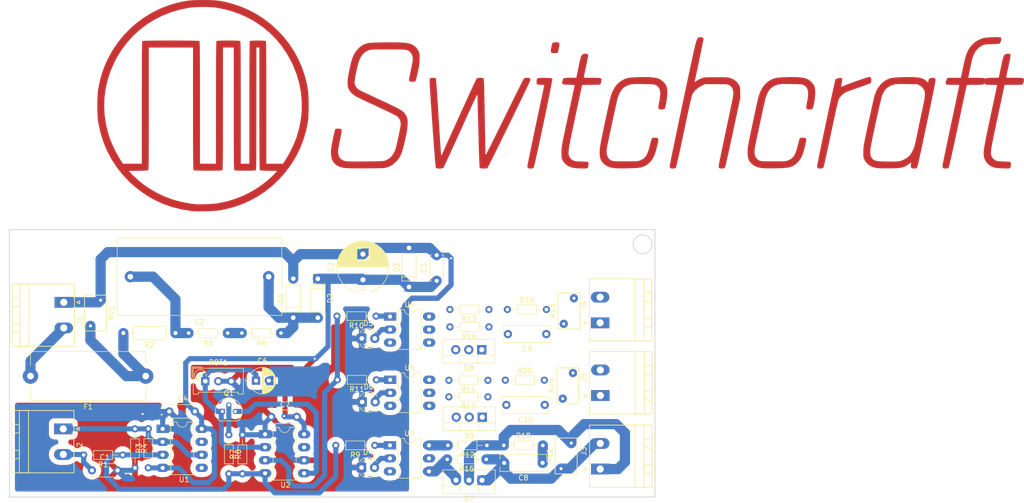
<source format=kicad_pcb>
(kicad_pcb (version 4) (host pcbnew 4.0.7)
  (title_block (title "Pre-charge controller"))
  (layers (0 F.Cu signal) (31 B.Cu signal) (34 B.Paste user) (35 F.Paste user) (36 B.SilkS user) (37 F.SilkS user) (38 B.Mask user) (39 F.Mask user) (44 Edge.Cuts user))
  (net 0 "")
  (net 1 "Net-(C1-Pad1)")
  (net 2 GND)
  (net 3 "Net-(C2-Pad1)")
  (net 4 "Net-(C2-Pad2)")
  (net 5 VCC)
  (net 6 "Net-(C6-Pad1)")
  (net 7 "Net-(C8-Pad1)")
  (net 8 "Net-(C9-Pad1)")
  (net 9 "Net-(C10-Pad1)")
  (net 10 "Net-(D4-Pad2)")
  (net 11 "Net-(D5-Pad2)")
  (net 12 "Net-(D6-Pad2)")
  (net 13 "Net-(D7-Pad2)")
  (net 14 "Net-(D7-Pad3)")
  (net 15 "Net-(D8-Pad2)")
  (net 16 "Net-(D8-Pad3)")
  (net 17 "Net-(D9-Pad2)")
  (net 18 "Net-(D9-Pad3)")
  (net 19 LINE)
  (net 20 "Net-(F1-Pad2)")
  (net 21 "Net-(Q1-Pad2)")
  (net 22 "Net-(Q1-Pad3)")
  (net 23 "Net-(R1-Pad1)")
  (net 24 "Net-(R5-Pad1)")
  (net 25 "Net-(R9-Pad1)")
  (net 26 "Net-(R10-Pad1)")
  (net 27 "Net-(R10-Pad2)")
  (net 28 "Net-(R11-Pad1)")
  (net 29 "Net-(R12-Pad2)")
  (net 30 "Net-(R13-Pad2)")
  (net 31 "Net-(R14-Pad2)")
  (net 32 "Net-(U1-Pad5)")
  (net 33 "Net-(U1-Pad7)")
  (net 34 "Net-(U2-Pad7)")
  (net 35 "Net-(U3-Pad5)")
  (net 36 "Net-(U3-Pad3)")
  (net 37 "Net-(U4-Pad5)")
  (net 38 "Net-(U4-Pad3)")
  (net 39 "Net-(U5-Pad5)")
  (net 40 "Net-(U5-Pad3)")
  (net 41 "Net-(C8-Pad2)")
  (net 42 "Net-(C9-Pad2)")
  (net 43 "Net-(C10-Pad2)")
  (net 44 "Net-(J2-Pad1)")
  (module Capacitors_ThroughHole:CP_Radial_D10.0mm_P5.00mm (layer F.Cu) (at 172 90.8 90)
    (fp_text reference C3 (at 2.5 -6.31 90) (layer F.SilkS))
    (fp_text value 330u)
    (pad 1 thru_hole rect (at 0 0 90) (size 2 2) (drill 1) (layers *.Cu *.Mask) (net 5 VCC))
    (pad 2 thru_hole circle (at 5 0 90) (size 2 2) (drill 1) (layers *.Cu *.Mask) (net 2 GND))
  )
  (module Capacitors_ThroughHole:C_Disc_D5.0mm_W2.5mm_P5.00mm (layer F.Cu) (at 139.2 116.5 180)
    (fp_text reference C4 (at 2.3 2.5 180) (layer F.SilkS))
    (fp_text value 100n)
    (pad 1 thru_hole circle (at 0 0 180) (size 1.6 1.6) (drill 0.8) (layers *.Cu *.Mask) (net 5 VCC))
    (pad 2 thru_hole circle (at 5 0 180) (size 1.6 1.6) (drill 0.8) (layers *.Cu *.Mask) (net 2 GND))
  )
  (module Capacitors_ThroughHole:C_Disc_D5.0mm_W2.5mm_P5.00mm (layer F.Cu) (at 186.4 91 90)
    (fp_text reference C5 (at 2.5 -2.56 90) (layer F.SilkS))
    (fp_text value 100n)
    (pad 1 thru_hole circle (at 0 0 90) (size 1.6 1.6) (drill 0.8) (layers *.Cu *.Mask) (net 5 VCC))
    (pad 2 thru_hole circle (at 5 0 90) (size 1.6 1.6) (drill 0.8) (layers *.Cu *.Mask) (net 2 GND))
  )
  (module Capacitors_ThroughHole:CP_Radial_D5.0mm_P2.50mm (layer F.Cu) (at 151.125 110.475)
    (fp_text reference C6 (at 1.25 -3.81) (layer F.SilkS))
    (fp_text value 10u)
    (pad 1 thru_hole rect (at 0 0) (size 1.6 1.6) (drill 0.8) (layers *.Cu *.Mask) (net 6 "Net-(C6-Pad1)"))
    (pad 2 thru_hole circle (at 2.5 0) (size 1.6 1.6) (drill 0.8) (layers *.Cu *.Mask) (net 2 GND))
  )
  (module Diodes_ThroughHole:D_A-405_P7.62mm_Horizontal (layer F.Cu) (at 158.4 98.2 90)
    (fp_text reference D1 (at 3.81 -2.41 90) (layer F.SilkS))
    (fp_text value 1N4007)
    (pad 1 thru_hole rect (at 0 0 90) (size 1.8 1.8) (drill 0.9) (layers *.Cu *.Mask) (net 3 "Net-(C2-Pad1)"))
    (pad 2 thru_hole oval (at 7.62 0 90) (size 1.8 1.8) (drill 0.9) (layers *.Cu *.Mask) (net 2 GND))
  )
  (module Diodes_ThroughHole:D_A-405_P7.62mm_Horizontal (layer F.Cu) (at 163.2 90.6 270)
    (fp_text reference D2 (at 3.81 -2.41 270) (layer F.SilkS))
    (fp_text value 1N4007)
    (pad 1 thru_hole rect (at 0 0 270) (size 1.8 1.8) (drill 0.9) (layers *.Cu *.Mask) (net 5 VCC))
    (pad 2 thru_hole oval (at 7.62 0 270) (size 1.8 1.8) (drill 0.9) (layers *.Cu *.Mask) (net 3 "Net-(C2-Pad1)"))
  )
  (module Diodes_ThroughHole:D_A-405_P7.62mm_Horizontal (layer F.Cu) (at 181 92.2 90)
    (fp_text reference D3 (at 3.81 -2.41 90) (layer F.SilkS))
    (fp_text value D_Zener)
    (pad 1 thru_hole rect (at 0 0 90) (size 1.8 1.8) (drill 0.9) (layers *.Cu *.Mask) (net 5 VCC))
    (pad 2 thru_hole oval (at 7.62 0 90) (size 1.8 1.8) (drill 0.9) (layers *.Cu *.Mask) (net 2 GND))
  )
  (module LEDs:LED_D3.0mm (layer F.Cu) (at 171.725 127.45)
    (fp_text reference D4 (at 1.27 -2.96) (layer F.SilkS))
    (fp_text value GREEN)
    (pad 1 thru_hole rect (at 0 0) (size 1.8 1.8) (drill 0.9) (layers *.Cu *.Mask) (net 2 GND))
    (pad 2 thru_hole circle (at 2.54 0) (size 1.8 1.8) (drill 0.9) (layers *.Cu *.Mask) (net 10 "Net-(D4-Pad2)"))
  )
  (module LEDs:LED_D3.0mm (layer F.Cu) (at 171.775 102.25)
    (fp_text reference D5 (at 1.27 -2.96) (layer F.SilkS))
    (fp_text value GREEN)
    (pad 1 thru_hole rect (at 0 0) (size 1.8 1.8) (drill 0.9) (layers *.Cu *.Mask) (net 2 GND))
    (pad 2 thru_hole circle (at 2.54 0) (size 1.8 1.8) (drill 0.9) (layers *.Cu *.Mask) (net 11 "Net-(D5-Pad2)"))
  )
  (module LEDs:LED_D3.0mm (layer F.Cu) (at 171.85 114.65)
    (fp_text reference D6 (at 1.27 -2.96) (layer F.SilkS))
    (fp_text value GREEN)
    (pad 1 thru_hole rect (at 0 0) (size 1.8 1.8) (drill 0.9) (layers *.Cu *.Mask) (net 2 GND))
    (pad 2 thru_hole circle (at 2.54 0) (size 1.8 1.8) (drill 0.9) (layers *.Cu *.Mask) (net 12 "Net-(D6-Pad2)"))
  )
  (module TO_SOT_Packages_THT:TO-220-3_Vertical (layer F.Cu) (at 195.25 129.925 180)
    (fp_text reference D7 (at 2.54 -3.62 180) (layer F.SilkS))
    (fp_text value TIC206)
    (pad 1 thru_hole rect (at 0 0 180) (size 1.8 1.8) (drill 1) (layers *.Cu *.Mask) (net 41 "Net-(C8-Pad2)"))
    (pad 2 thru_hole oval (at 2.54 0 180) (size 1.8 1.8) (drill 1) (layers *.Cu *.Mask) (net 13 "Net-(D7-Pad2)"))
    (pad 3 thru_hole oval (at 5.08 0 180) (size 1.8 1.8) (drill 1) (layers *.Cu *.Mask) (net 14 "Net-(D7-Pad3)"))
  )
  (module TO_SOT_Packages_THT:TO-220-3_Vertical (layer F.Cu) (at 195.2 104.45 180)
    (fp_text reference D8 (at 2.54 -3.62 180) (layer F.SilkS))
    (fp_text value TIC206)
    (pad 1 thru_hole rect (at 0 0 180) (size 1.8 1.8) (drill 1) (layers *.Cu *.Mask) (net 42 "Net-(C9-Pad2)"))
    (pad 2 thru_hole oval (at 2.54 0 180) (size 1.8 1.8) (drill 1) (layers *.Cu *.Mask) (net 15 "Net-(D8-Pad2)"))
    (pad 3 thru_hole oval (at 5.08 0 180) (size 1.8 1.8) (drill 1) (layers *.Cu *.Mask) (net 16 "Net-(D8-Pad3)"))
  )
  (module TO_SOT_Packages_THT:TO-220-3_Vertical (layer F.Cu) (at 195.3 117.625 180)
    (fp_text reference D9 (at 2.54 -3.62 180) (layer F.SilkS))
    (fp_text value TIC206)
    (pad 1 thru_hole rect (at 0 0 180) (size 1.8 1.8) (drill 1) (layers *.Cu *.Mask) (net 43 "Net-(C10-Pad2)"))
    (pad 2 thru_hole oval (at 2.54 0 180) (size 1.8 1.8) (drill 1) (layers *.Cu *.Mask) (net 17 "Net-(D9-Pad2)"))
    (pad 3 thru_hole oval (at 5.08 0 180) (size 1.8 1.8) (drill 1) (layers *.Cu *.Mask) (net 18 "Net-(D9-Pad3)"))
  )
  (module Fuse_Holders_and_Fuses:Fuseholder5x20_horiz_open_Schurter_0031_8201 (layer F.Cu) (at 129.6 109.6 180)
    (fp_text reference F1 (at 11.25 -6 180) (layer F.SilkS))
    (fp_text value Fuse)
    (pad 1 thru_hole circle (at 0 0 180) (size 3 3) (drill 1.3) (layers *.Cu *.Mask) (net 19 LINE))
    (pad 2 thru_hole circle (at 22.5 0 180) (size 3 3) (drill 1.3) (layers *.Cu *.Mask) (net 20 "Net-(F1-Pad2)"))
    (pad "" np_thru_hole circle (at 11.25 0 180) (size 2.7 2.7) (drill 2.7) (layers *.Cu *.Mask))
  )
  (module PhoenixContact:MSTBA_25_2p_G_508-1757242 (layer F.Cu) (at 113.6 95.2 270)
    (fp_text reference J1 (at 3.5 -3.2 270) (layer F.SilkS))
    (fp_text value Conn_01x02)
    (pad 1 thru_hole rect (at 0 0 270) (size 2.1 3.6) (drill 1.4) (layers *.Cu *.Mask) (net 2 GND))
    (pad 2 thru_hole oval (at 5 0 270) (size 2.1 3.6) (drill 1.4) (layers *.Cu *.Mask) (net 20 "Net-(F1-Pad2)"))
  )
  (module PhoenixContact:MSTBA_25_2p_G_508-1757242 (layer F.Cu) (at 113.5 119.9 270)
    (fp_text reference J2 (at 3.5 -3.2 270) (layer F.SilkS))
    (fp_text value Conn_01x02)
    (pad 1 thru_hole rect (at 0 0 270) (size 2.1 3.6) (drill 1.4) (layers *.Cu *.Mask) (net 44 "Net-(J2-Pad1)"))
    (pad 2 thru_hole oval (at 5 0 270) (size 2.1 3.6) (drill 1.4) (layers *.Cu *.Mask) (net 1 "Net-(C1-Pad1)"))
  )
  (module PhoenixContact:MSTBA_25_2p_G_508-1757242 (layer F.Cu) (at 218.325 127.75 90)
    (fp_text reference J3 (at 3.5 -3.2 90) (layer F.SilkS))
    (fp_text value Conn_01x02)
    (pad 1 thru_hole rect (at 0 0 90) (size 2.1 3.6) (drill 1.4) (layers *.Cu *.Mask) (net 13 "Net-(D7-Pad2)"))
    (pad 2 thru_hole oval (at 5 0 90) (size 2.1 3.6) (drill 1.4) (layers *.Cu *.Mask) (net 41 "Net-(C8-Pad2)"))
  )
  (module PhoenixContact:MSTBA_25_2p_G_508-1757242 (layer F.Cu) (at 218.3 99.2 90)
    (fp_text reference J4 (at 3.5 -3.2 90) (layer F.SilkS))
    (fp_text value Conn_01x02)
    (pad 1 thru_hole rect (at 0 0 90) (size 2.1 3.6) (drill 1.4) (layers *.Cu *.Mask) (net 15 "Net-(D8-Pad2)"))
    (pad 2 thru_hole oval (at 5 0 90) (size 2.1 3.6) (drill 1.4) (layers *.Cu *.Mask) (net 42 "Net-(C9-Pad2)"))
  )
  (module PhoenixContact:MSTBA_25_2p_G_508-1757242 (layer F.Cu) (at 218.35 113.4 90)
    (fp_text reference J5 (at 3.5 -3.2 90) (layer F.SilkS))
    (fp_text value Conn_01x02)
    (pad 1 thru_hole rect (at 0 0 90) (size 2.1 3.6) (drill 1.4) (layers *.Cu *.Mask) (net 17 "Net-(D9-Pad2)"))
    (pad 2 thru_hole oval (at 5 0 90) (size 2.1 3.6) (drill 1.4) (layers *.Cu *.Mask) (net 43 "Net-(C10-Pad2)"))
  )
  (module Potentiometers:Potentiometer_Trimmer_Bourns_PV36W (layer F.Cu) (at 141.225 110.6)
    (fp_text reference POT1 (at 2.54 -3.66) (layer F.SilkS))
    (fp_text value 1M)
    (pad 1 thru_hole rect (at 0 0 180) (size 1.62 1.62) (drill 0.9) (layers *.Cu *.Mask) (net 6 "Net-(C6-Pad1)"))
    (pad 2 thru_hole circle (at 2.54 0 180) (size 1.62 1.62) (drill 0.9) (layers *.Cu *.Mask) (net 2 GND))
    (pad 3 thru_hole circle (at 5.08 0 180) (size 1.62 1.62) (drill 0.9) (layers *.Cu *.Mask) (net 2 GND))
  )
  (module TO_SOT_Packages_THT:TO-92_Molded_Narrow (layer F.Cu) (at 144.55 116.5)
    (fp_text reference Q1 (at 1.27 -3.56) (layer F.SilkS))
    (fp_text value BC556)
    (pad 2 thru_hole circle (at 1.27 -1.27 90) (size 1 1) (drill 0.6) (layers *.Cu *.Mask) (net 21 "Net-(Q1-Pad2)"))
    (pad 3 thru_hole circle (at 2.54 0 90) (size 1 1) (drill 0.6) (layers *.Cu *.Mask) (net 22 "Net-(Q1-Pad3)"))
    (pad 1 thru_hole rect (at 0 0 90) (size 1 1) (drill 0.6) (layers *.Cu *.Mask) (net 6 "Net-(C6-Pad1)"))
  )
  (module Resistors_ThroughHole:R_Axial_DIN0204_L3.6mm_D1.6mm_P7.62mm_Horizontal (layer F.Cu) (at 125.1 125 180)
    (fp_text reference R1 (at 3.81 -1.86 180) (layer F.SilkS))
    (fp_text value 100k)
    (pad 1 thru_hole circle (at 0 0 180) (size 1.4 1.4) (drill 0.7) (layers *.Cu *.Mask) (net 23 "Net-(R1-Pad1)"))
    (pad 2 thru_hole oval (at 7.62 0 180) (size 1.4 1.4) (drill 0.7) (layers *.Cu *.Mask) (net 1 "Net-(C1-Pad1)"))
  )
  (module Resistors_ThroughHole:R_Axial_DIN0204_L3.6mm_D1.6mm_P7.62mm_Horizontal (layer F.Cu) (at 130.1 127.5 90)
    (fp_text reference R3 (at 3.81 -1.86 90) (layer F.SilkS))
    (fp_text value 10k)
    (pad 1 thru_hole circle (at 0 0 90) (size 1.4 1.4) (drill 0.7) (layers *.Cu *.Mask) (net 5 VCC))
    (pad 2 thru_hole oval (at 7.62 0 90) (size 1.4 1.4) (drill 0.7) (layers *.Cu *.Mask) (net 44 "Net-(J2-Pad1)"))
  )
  (module Resistors_ThroughHole:R_Axial_DIN0204_L3.6mm_D1.6mm_P7.62mm_Horizontal (layer F.Cu) (at 127.5 119.9 270)
    (fp_text reference R4 (at 3.81 -1.86 270) (layer F.SilkS))
    (fp_text value 10k)
    (pad 1 thru_hole circle (at 0 0 270) (size 1.4 1.4) (drill 0.7) (layers *.Cu *.Mask) (net 44 "Net-(J2-Pad1)"))
    (pad 2 thru_hole oval (at 7.62 0 270) (size 1.4 1.4) (drill 0.7) (layers *.Cu *.Mask) (net 2 GND))
  )
  (module Resistors_ThroughHole:R_Axial_DIN0204_L3.6mm_D1.6mm_P7.62mm_Horizontal (layer F.Cu) (at 145.6 101.2 180)
    (fp_text reference R5 (at 3.81 -1.86 180) (layer F.SilkS))
    (fp_text value 200k)
    (pad 1 thru_hole circle (at 0 0 180) (size 1.4 1.4) (drill 0.7) (layers *.Cu *.Mask) (net 24 "Net-(R5-Pad1)"))
    (pad 2 thru_hole oval (at 7.62 0 180) (size 1.4 1.4) (drill 0.7) (layers *.Cu *.Mask) (net 4 "Net-(C2-Pad2)"))
  )
  (module Resistors_ThroughHole:R_Axial_DIN0204_L3.6mm_D1.6mm_P7.62mm_Horizontal (layer F.Cu) (at 156 101.2 180)
    (fp_text reference R6 (at 3.81 -1.86 180) (layer F.SilkS))
    (fp_text value 200k)
    (pad 1 thru_hole circle (at 0 0 180) (size 1.4 1.4) (drill 0.7) (layers *.Cu *.Mask) (net 3 "Net-(C2-Pad1)"))
    (pad 2 thru_hole oval (at 7.62 0 180) (size 1.4 1.4) (drill 0.7) (layers *.Cu *.Mask) (net 24 "Net-(R5-Pad1)"))
  )
  (module Resistors_ThroughHole:R_Axial_DIN0204_L3.6mm_D1.6mm_P7.62mm_Horizontal (layer F.Cu) (at 148.475 128.675 90)
    (fp_text reference R7 (at 3.81 -1.86 90) (layer F.SilkS))
    (fp_text value 1k)
    (pad 1 thru_hole circle (at 0 0 90) (size 1.4 1.4) (drill 0.7) (layers *.Cu *.Mask) (net 23 "Net-(R1-Pad1)"))
    (pad 2 thru_hole oval (at 7.62 0 90) (size 1.4 1.4) (drill 0.7) (layers *.Cu *.Mask) (net 2 GND))
  )
  (module Resistors_ThroughHole:R_Axial_DIN0204_L3.6mm_D1.6mm_P7.62mm_Horizontal (layer F.Cu) (at 145.825 121.05 270)
    (fp_text reference R8 (at 3.81 -1.86 270) (layer F.SilkS))
    (fp_text value 470k)
    (pad 1 thru_hole circle (at 0 0 270) (size 1.4 1.4) (drill 0.7) (layers *.Cu *.Mask) (net 21 "Net-(Q1-Pad2)"))
    (pad 2 thru_hole oval (at 7.62 0 270) (size 1.4 1.4) (drill 0.7) (layers *.Cu *.Mask) (net 23 "Net-(R1-Pad1)"))
  )
  (module Resistors_ThroughHole:R_Axial_DIN0204_L3.6mm_D1.6mm_P7.62mm_Horizontal (layer F.Cu) (at 174.325 123.125 180)
    (fp_text reference R9 (at 3.81 -1.86 180) (layer F.SilkS))
    (fp_text value 1k)
    (pad 1 thru_hole circle (at 0 0 180) (size 1.4 1.4) (drill 0.7) (layers *.Cu *.Mask) (net 25 "Net-(R9-Pad1)"))
    (pad 2 thru_hole oval (at 7.62 0 180) (size 1.4 1.4) (drill 0.7) (layers *.Cu *.Mask) (net 23 "Net-(R1-Pad1)"))
  )
  (module Resistors_ThroughHole:R_Axial_DIN0204_L3.6mm_D1.6mm_P7.62mm_Horizontal (layer F.Cu) (at 174.55 97.9 180)
    (fp_text reference R10 (at 3.81 -1.86 180) (layer F.SilkS))
    (fp_text value 1k)
    (pad 1 thru_hole circle (at 0 0 180) (size 1.4 1.4) (drill 0.7) (layers *.Cu *.Mask) (net 26 "Net-(R10-Pad1)"))
    (pad 2 thru_hole oval (at 7.62 0 180) (size 1.4 1.4) (drill 0.7) (layers *.Cu *.Mask) (net 27 "Net-(R10-Pad2)"))
  )
  (module Resistors_ThroughHole:R_Axial_DIN0204_L3.6mm_D1.6mm_P7.62mm_Horizontal (layer F.Cu) (at 174.625 110.325 180)
    (fp_text reference R11 (at 3.81 -1.86 180) (layer F.SilkS))
    (fp_text value 1k)
    (pad 1 thru_hole circle (at 0 0 180) (size 1.4 1.4) (drill 0.7) (layers *.Cu *.Mask) (net 28 "Net-(R11-Pad1)"))
    (pad 2 thru_hole oval (at 7.62 0 180) (size 1.4 1.4) (drill 0.7) (layers *.Cu *.Mask) (net 27 "Net-(R10-Pad2)"))
  )
  (module Resistors_ThroughHole:R_Axial_DIN0204_L3.6mm_D1.6mm_P7.62mm_Horizontal (layer F.Cu) (at 196.2 123.125 180)
    (fp_text reference R12 (at 3.81 -1.86 180) (layer F.SilkS))
    (fp_text value 360R)
    (pad 1 thru_hole circle (at 0 0 180) (size 1.4 1.4) (drill 0.7) (layers *.Cu *.Mask) (net 13 "Net-(D7-Pad2)"))
    (pad 2 thru_hole oval (at 7.62 0 180) (size 1.4 1.4) (drill 0.7) (layers *.Cu *.Mask) (net 29 "Net-(R12-Pad2)"))
  )
  (module Resistors_ThroughHole:R_Axial_DIN0204_L3.6mm_D1.6mm_P7.62mm_Horizontal (layer F.Cu) (at 196.6 96.6 180)
    (fp_text reference R13 (at 3.81 -1.86 180) (layer F.SilkS))
    (fp_text value 360R)
    (pad 1 thru_hole circle (at 0 0 180) (size 1.4 1.4) (drill 0.7) (layers *.Cu *.Mask) (net 15 "Net-(D8-Pad2)"))
    (pad 2 thru_hole oval (at 7.62 0 180) (size 1.4 1.4) (drill 0.7) (layers *.Cu *.Mask) (net 30 "Net-(R13-Pad2)"))
  )
  (module Resistors_ThroughHole:R_Axial_DIN0204_L3.6mm_D1.6mm_P7.62mm_Horizontal (layer F.Cu) (at 196.4 110.425 180)
    (fp_text reference R14 (at 3.81 -1.86 180) (layer F.SilkS))
    (fp_text value 360R)
    (pad 1 thru_hole circle (at 0 0 180) (size 1.4 1.4) (drill 0.7) (layers *.Cu *.Mask) (net 17 "Net-(D9-Pad2)"))
    (pad 2 thru_hole oval (at 7.62 0 180) (size 1.4 1.4) (drill 0.7) (layers *.Cu *.Mask) (net 31 "Net-(R14-Pad2)"))
  )
  (module Resistors_ThroughHole:R_Axial_DIN0204_L3.6mm_D1.6mm_P7.62mm_Horizontal (layer F.Cu) (at 196.075 125.85 180)
    (fp_text reference R15 (at 3.81 -1.86 180) (layer F.SilkS))
    (fp_text value 330R)
    (pad 1 thru_hole circle (at 0 0 180) (size 1.4 1.4) (drill 0.7) (layers *.Cu *.Mask) (net 41 "Net-(C8-Pad2)"))
    (pad 2 thru_hole oval (at 7.62 0 180) (size 1.4 1.4) (drill 0.7) (layers *.Cu *.Mask) (net 14 "Net-(D7-Pad3)"))
  )
  (module Resistors_ThroughHole:R_Axial_DIN0204_L3.6mm_D1.6mm_P7.62mm_Horizontal (layer F.Cu) (at 196.6 100 180)
    (fp_text reference R16 (at 3.81 -1.86 180) (layer F.SilkS))
    (fp_text value 330R)
    (pad 1 thru_hole circle (at 0 0 180) (size 1.4 1.4) (drill 0.7) (layers *.Cu *.Mask) (net 42 "Net-(C9-Pad2)"))
    (pad 2 thru_hole oval (at 7.62 0 180) (size 1.4 1.4) (drill 0.7) (layers *.Cu *.Mask) (net 16 "Net-(D8-Pad3)"))
  )
  (module Resistors_ThroughHole:R_Axial_DIN0204_L3.6mm_D1.6mm_P7.62mm_Horizontal (layer F.Cu) (at 196.4 113.65 180)
    (fp_text reference R17 (at 3.81 -1.86 180) (layer F.SilkS))
    (fp_text value 330R)
    (pad 1 thru_hole circle (at 0 0 180) (size 1.4 1.4) (drill 0.7) (layers *.Cu *.Mask) (net 43 "Net-(C10-Pad2)"))
    (pad 2 thru_hole oval (at 7.62 0 180) (size 1.4 1.4) (drill 0.7) (layers *.Cu *.Mask) (net 18 "Net-(D9-Pad3)"))
  )
  (module Resistors_ThroughHole:R_Axial_DIN0204_L3.6mm_D1.6mm_P7.62mm_Horizontal (layer F.Cu) (at 199.5 123.125)
    (fp_text reference R18 (at 3.81 -1.86) (layer F.SilkS))
    (fp_text value 360R)
    (pad 1 thru_hole circle (at 0 0) (size 1.4 1.4) (drill 0.7) (layers *.Cu *.Mask) (net 13 "Net-(D7-Pad2)"))
    (pad 2 thru_hole oval (at 7.62 0) (size 1.4 1.4) (drill 0.7) (layers *.Cu *.Mask) (net 7 "Net-(C8-Pad1)"))
  )
  (module Resistors_ThroughHole:R_Axial_DIN0204_L3.6mm_D1.6mm_P7.62mm_Horizontal (layer F.Cu) (at 200.2 96.6)
    (fp_text reference R19 (at 3.81 -1.86) (layer F.SilkS))
    (fp_text value 360R)
    (pad 1 thru_hole circle (at 0 0) (size 1.4 1.4) (drill 0.7) (layers *.Cu *.Mask) (net 15 "Net-(D8-Pad2)"))
    (pad 2 thru_hole oval (at 7.62 0) (size 1.4 1.4) (drill 0.7) (layers *.Cu *.Mask) (net 8 "Net-(C9-Pad1)"))
  )
  (module Resistors_ThroughHole:R_Axial_DIN0204_L3.6mm_D1.6mm_P7.62mm_Horizontal (layer F.Cu) (at 199.8 110.4)
    (fp_text reference R20 (at 3.81 -1.86) (layer F.SilkS))
    (fp_text value 360R)
    (pad 1 thru_hole circle (at 0 0) (size 1.4 1.4) (drill 0.7) (layers *.Cu *.Mask) (net 17 "Net-(D9-Pad2)"))
    (pad 2 thru_hole oval (at 7.62 0) (size 1.4 1.4) (drill 0.7) (layers *.Cu *.Mask) (net 9 "Net-(C10-Pad1)"))
  )
  (module Housings_DIP:DIP-8_W7.62mm_LongPads (layer F.Cu) (at 132.9 119.9)
    (fp_text reference U1 (at 4.2 9.9) (layer F.SilkS))
    (fp_text value LM555)
    (pad 1 thru_hole rect (at 0 0) (size 2.4 1.6) (drill 0.8) (layers *.Cu *.Mask) (net 2 GND))
    (pad 5 thru_hole oval (at 7.62 7.62) (size 2.4 1.6) (drill 0.8) (layers *.Cu *.Mask) (net 32 "Net-(U1-Pad5)"))
    (pad 2 thru_hole oval (at 0 2.54) (size 2.4 1.6) (drill 0.8) (layers *.Cu *.Mask) (net 44 "Net-(J2-Pad1)"))
    (pad 6 thru_hole oval (at 7.62 5.08) (size 2.4 1.6) (drill 0.8) (layers *.Cu *.Mask) (net 44 "Net-(J2-Pad1)"))
    (pad 3 thru_hole oval (at 0 5.08) (size 2.4 1.6) (drill 0.8) (layers *.Cu *.Mask) (net 23 "Net-(R1-Pad1)"))
    (pad 7 thru_hole oval (at 7.62 2.54) (size 2.4 1.6) (drill 0.8) (layers *.Cu *.Mask) (net 33 "Net-(U1-Pad7)"))
    (pad 4 thru_hole oval (at 0 7.62) (size 2.4 1.6) (drill 0.8) (layers *.Cu *.Mask) (net 5 VCC))
    (pad 8 thru_hole oval (at 7.62 0) (size 2.4 1.6) (drill 0.8) (layers *.Cu *.Mask) (net 5 VCC))
  )
  (module Housings_DIP:DIP-8_W7.62mm_LongPads (layer F.Cu) (at 152.9 120.95)
    (fp_text reference U2 (at 4 9.9) (layer F.SilkS))
    (fp_text value LM555)
    (pad 1 thru_hole rect (at 0 0) (size 2.4 1.6) (drill 0.8) (layers *.Cu *.Mask) (net 2 GND))
    (pad 5 thru_hole oval (at 7.62 7.62) (size 2.4 1.6) (drill 0.8) (layers *.Cu *.Mask) (net 22 "Net-(Q1-Pad3)"))
    (pad 2 thru_hole oval (at 0 2.54) (size 2.4 1.6) (drill 0.8) (layers *.Cu *.Mask) (net 6 "Net-(C6-Pad1)"))
    (pad 6 thru_hole oval (at 7.62 5.08) (size 2.4 1.6) (drill 0.8) (layers *.Cu *.Mask) (net 2 GND))
    (pad 3 thru_hole oval (at 0 5.08) (size 2.4 1.6) (drill 0.8) (layers *.Cu *.Mask) (net 27 "Net-(R10-Pad2)"))
    (pad 7 thru_hole oval (at 7.62 2.54) (size 2.4 1.6) (drill 0.8) (layers *.Cu *.Mask) (net 34 "Net-(U2-Pad7)"))
    (pad 4 thru_hole oval (at 0 7.62) (size 2.4 1.6) (drill 0.8) (layers *.Cu *.Mask) (net 23 "Net-(R1-Pad1)"))
    (pad 8 thru_hole oval (at 7.62 0) (size 2.4 1.6) (drill 0.8) (layers *.Cu *.Mask) (net 5 VCC))
  )
  (module Housings_DIP:DIP-6_W7.62mm_LongPads (layer F.Cu) (at 177.275 123.125)
    (fp_text reference U3 (at 3.81 -2.33) (layer F.SilkS))
    (fp_text value MOC3083M)
    (pad 1 thru_hole rect (at 0 0) (size 2.4 1.6) (drill 0.8) (layers *.Cu *.Mask) (net 25 "Net-(R9-Pad1)"))
    (pad 4 thru_hole oval (at 7.62 5.08) (size 2.4 1.6) (drill 0.8) (layers *.Cu *.Mask) (net 14 "Net-(D7-Pad3)"))
    (pad 2 thru_hole oval (at 0 2.54) (size 2.4 1.6) (drill 0.8) (layers *.Cu *.Mask) (net 10 "Net-(D4-Pad2)"))
    (pad 5 thru_hole oval (at 7.62 2.54) (size 2.4 1.6) (drill 0.8) (layers *.Cu *.Mask) (net 35 "Net-(U3-Pad5)"))
    (pad 3 thru_hole oval (at 0 5.08) (size 2.4 1.6) (drill 0.8) (layers *.Cu *.Mask) (net 36 "Net-(U3-Pad3)"))
    (pad 6 thru_hole oval (at 7.62 0) (size 2.4 1.6) (drill 0.8) (layers *.Cu *.Mask) (net 29 "Net-(R12-Pad2)"))
  )
  (module Housings_DIP:DIP-6_W7.62mm_LongPads (layer F.Cu) (at 177.3 97.975)
    (fp_text reference U4 (at 3.81 -2.33) (layer F.SilkS))
    (fp_text value MOC3083M)
    (pad 1 thru_hole rect (at 0 0) (size 2.4 1.6) (drill 0.8) (layers *.Cu *.Mask) (net 26 "Net-(R10-Pad1)"))
    (pad 4 thru_hole oval (at 7.62 5.08) (size 2.4 1.6) (drill 0.8) (layers *.Cu *.Mask) (net 16 "Net-(D8-Pad3)"))
    (pad 2 thru_hole oval (at 0 2.54) (size 2.4 1.6) (drill 0.8) (layers *.Cu *.Mask) (net 11 "Net-(D5-Pad2)"))
    (pad 5 thru_hole oval (at 7.62 2.54) (size 2.4 1.6) (drill 0.8) (layers *.Cu *.Mask) (net 37 "Net-(U4-Pad5)"))
    (pad 3 thru_hole oval (at 0 5.08) (size 2.4 1.6) (drill 0.8) (layers *.Cu *.Mask) (net 38 "Net-(U4-Pad3)"))
    (pad 6 thru_hole oval (at 7.62 0) (size 2.4 1.6) (drill 0.8) (layers *.Cu *.Mask) (net 30 "Net-(R13-Pad2)"))
  )
  (module Housings_DIP:DIP-6_W7.62mm_LongPads (layer F.Cu) (at 177.325 110.325)
    (fp_text reference U5 (at 3.81 -2.33) (layer F.SilkS))
    (fp_text value MOC3083M)
    (pad 1 thru_hole rect (at 0 0) (size 2.4 1.6) (drill 0.8) (layers *.Cu *.Mask) (net 28 "Net-(R11-Pad1)"))
    (pad 4 thru_hole oval (at 7.62 5.08) (size 2.4 1.6) (drill 0.8) (layers *.Cu *.Mask) (net 18 "Net-(D9-Pad3)"))
    (pad 2 thru_hole oval (at 0 2.54) (size 2.4 1.6) (drill 0.8) (layers *.Cu *.Mask) (net 12 "Net-(D6-Pad2)"))
    (pad 5 thru_hole oval (at 7.62 2.54) (size 2.4 1.6) (drill 0.8) (layers *.Cu *.Mask) (net 39 "Net-(U5-Pad5)"))
    (pad 3 thru_hole oval (at 0 5.08) (size 2.4 1.6) (drill 0.8) (layers *.Cu *.Mask) (net 40 "Net-(U5-Pad3)"))
    (pad 6 thru_hole oval (at 7.62 0) (size 2.4 1.6) (drill 0.8) (layers *.Cu *.Mask) (net 31 "Net-(R14-Pad2)"))
  )
  (module Capacitors_ThroughHole:C_Disc_D5.0mm_W2.5mm_P5.00mm (layer F.Cu) (at 159.1 117.55 180)
    (fp_text reference C7 (at 2.3 2.4 180) (layer F.SilkS))
    (fp_text value 100n)
    (pad 1 thru_hole circle (at 0 0 180) (size 1.6 1.6) (drill 0.8) (layers *.Cu *.Mask) (net 5 VCC))
    (pad 2 thru_hole circle (at 5 0 180) (size 1.6 1.6) (drill 0.8) (layers *.Cu *.Mask) (net 2 GND))
  )
  (module Capacitors_ThroughHole:C_Rect_L9.0mm_W3.2mm_P7.50mm_MKT (layer F.Cu) (at 207.075 126.55 180)
    (fp_text reference C8 (at 3.75 -2.91 180) (layer F.SilkS))
    (fp_text value 10n)
    (pad 1 thru_hole circle (at 0 0 180) (size 1.6 1.6) (drill 0.8) (layers *.Cu *.Mask) (net 7 "Net-(C8-Pad1)"))
    (pad 2 thru_hole circle (at 7.5 0 180) (size 1.6 1.6) (drill 0.8) (layers *.Cu *.Mask) (net 41 "Net-(C8-Pad2)"))
  )
  (module Capacitors_ThroughHole:C_Rect_L9.0mm_W3.2mm_P7.50mm_MKT (layer F.Cu) (at 207.8 101.4 180)
    (fp_text reference C9 (at 3.75 -2.91 180) (layer F.SilkS))
    (fp_text value 10n)
    (pad 1 thru_hole circle (at 0 0 180) (size 1.6 1.6) (drill 0.8) (layers *.Cu *.Mask) (net 8 "Net-(C9-Pad1)"))
    (pad 2 thru_hole circle (at 7.5 0 180) (size 1.6 1.6) (drill 0.8) (layers *.Cu *.Mask) (net 42 "Net-(C9-Pad2)"))
  )
  (module Capacitors_ThroughHole:C_Rect_L9.0mm_W3.2mm_P7.50mm_MKT (layer F.Cu) (at 207.5 115.225 180)
    (fp_text reference C10 (at 3.75 -2.91 180) (layer F.SilkS))
    (fp_text value 10n)
    (pad 1 thru_hole circle (at 0 0 180) (size 1.6 1.6) (drill 0.8) (layers *.Cu *.Mask) (net 9 "Net-(C10-Pad1)"))
    (pad 2 thru_hole circle (at 7.5 0 180) (size 1.6 1.6) (drill 0.8) (layers *.Cu *.Mask) (net 43 "Net-(C10-Pad2)"))
  )
  (module Resistors_ThroughHole:R_Axial_DIN0207_L6.3mm_D2.5mm_P10.16mm_Horizontal (layer F.Cu) (at 135.4 101.2 180)
    (fp_text reference R2 (at 5.08 -2.31 180) (layer F.SilkS))
    (fp_text value "100R 1W")
    (pad 1 thru_hole circle (at 0 0 180) (size 1.6 1.6) (drill 0.8) (layers *.Cu *.Mask) (net 4 "Net-(C2-Pad2)"))
    (pad 2 thru_hole oval (at 10.16 0 180) (size 1.6 1.6) (drill 0.8) (layers *.Cu *.Mask) (net 19 LINE))
  )
  (module Capacitors_ThroughHole:C_Disc_D5.0mm_W2.5mm_P5.00mm (layer F.Cu) (at 119.1 128)
    (fp_text reference C1 (at 2.5 -2.56) (layer F.SilkS))
    (fp_text value 1u)
    (pad 1 thru_hole circle (at 0 0) (size 1.6 1.6) (drill 0.8) (layers *.Cu *.Mask) (net 1 "Net-(C1-Pad1)"))
    (pad 2 thru_hole circle (at 5 0) (size 1.6 1.6) (drill 0.8) (layers *.Cu *.Mask) (net 2 GND))
  )
  (module Varistors:RV_Disc_D7_W4.3_P5 (layer F.Cu) (at 118.8 99.8 90)
    (fp_text reference RV1 (at 2.5 4.15 90) (layer F.SilkS))
    (fp_text value Varistor)
    (pad 1 thru_hole circle (at 0 0 90) (size 1.6 1.6) (drill 0.6) (layers *.Cu *.Mask) (net 19 LINE))
    (pad 2 thru_hole circle (at 5 2 90) (size 1.6 1.6) (drill 0.6) (layers *.Cu *.Mask) (net 2 GND))
  )
  (module Varistors:RV_Disc_D7_W4.3_P5 (layer F.Cu) (at 212.675 122.675 270)
    (fp_text reference RV2 (at 2.5 4.15 270) (layer F.SilkS))
    (fp_text value Varistor)
    (pad 1 thru_hole circle (at 0 0 270) (size 1.6 1.6) (drill 0.6) (layers *.Cu *.Mask) (net 13 "Net-(D7-Pad2)"))
    (pad 2 thru_hole circle (at 5 2 270) (size 1.6 1.6) (drill 0.6) (layers *.Cu *.Mask) (net 41 "Net-(C8-Pad2)"))
  )
  (module Varistors:RV_Disc_D7_W4.3_P5 (layer F.Cu) (at 213.2 94.4 270)
    (fp_text reference RV3 (at 2.5 4.15 270) (layer F.SilkS))
    (fp_text value Varistor)
    (pad 1 thru_hole circle (at 0 0 270) (size 1.6 1.6) (drill 0.6) (layers *.Cu *.Mask) (net 15 "Net-(D8-Pad2)"))
    (pad 2 thru_hole circle (at 5 2 270) (size 1.6 1.6) (drill 0.6) (layers *.Cu *.Mask) (net 42 "Net-(C9-Pad2)"))
  )
  (module Varistors:RV_Disc_D7_W4.3_P5 (layer F.Cu) (at 213 109 270)
    (fp_text reference RV4 (at 2.5 4.15 270) (layer F.SilkS))
    (fp_text value Varistor)
    (pad 1 thru_hole circle (at 0 0 270) (size 1.6 1.6) (drill 0.6) (layers *.Cu *.Mask) (net 17 "Net-(D9-Pad2)"))
    (pad 2 thru_hole circle (at 5 2 270) (size 1.6 1.6) (drill 0.6) (layers *.Cu *.Mask) (net 43 "Net-(C10-Pad2)"))
  )
  (module Capacitors_ThroughHole:C_Rect_L32.0mm_W15.0mm_P27.00mm (layer F.Cu) (at 153.6 90.2 180)
    (fp_text reference C2 (at 13.5 -8.81 180) (layer F.SilkS))
    (fp_text value 1uF/400V)
    (pad 1 thru_hole circle (at 0 0 180) (size 2.2 2.2) (drill 1.1) (layers *.Cu *.Mask) (net 3 "Net-(C2-Pad1)"))
    (pad 2 thru_hole circle (at 27 0 180) (size 2.2 2.2) (drill 1.1) (layers *.Cu *.Mask) (net 4 "Net-(C2-Pad2)"))
  )
  (module Switchcraft:Switchcraft_logo_10px_stroke (layer F.Cu) (at 211.9 56.8)
    (fp_text reference G*** hide)
    (fp_text value LOGO hide)
    (fp_poly (pts (xy -70.219385 -20.60631) (xy -69.449437 -20.585131) (xy -68.771833 -20.544526) (xy -68.148247 -20.480154) (xy -67.540355 -20.387672) (xy -66.909832 -20.262741) (xy -66.218355 -20.101017) (xy -65.900868 -20.021162) (xy -64.16625 -19.492236) (xy -62.495674 -18.812407) (xy -60.897658 -17.990286) (xy -59.380723 -17.034484) (xy -57.953388 -15.953612) (xy -56.624173 -14.756281) (xy -55.401597 -13.451101) (xy -54.294179 -12.046684) (xy -53.31044 -10.551641) (xy -52.458899 -8.974583) (xy -51.748075 -7.32412) (xy -51.186487 -5.608864) (xy -51.024396 -4.985041) (xy -50.869118 -4.318724) (xy -50.747231 -3.725363) (xy -50.654932 -3.168548) (xy -50.588417 -2.611869) (xy -50.543884 -2.018916) (xy -50.517529 -1.35328) (xy -50.505548 -0.578551) (xy -50.503667 0) (xy -50.508352 0.865041) (xy -50.524943 1.597352) (xy -50.557242 2.233344) (xy -50.609054 2.809425) (xy -50.684181 3.362006) (xy -50.786427 3.927496) (xy -50.919595 4.542305) (xy -51.024396 4.98504) (xy -51.528509 6.710124) (xy -52.188059 8.382949) (xy -52.994284 9.992625) (xy -53.938417 11.52826) (xy -55.011695 12.978964) (xy -56.205352 14.333846) (xy -57.510625 15.582015) (xy -58.918749 16.712582) (xy -60.42096 17.714654) (xy -61.933667 18.540846) (xy -63.58152 19.270447) (xy -65.234687 19.842172) (xy -66.923436 20.265632) (xy -67.945 20.449241) (xy -68.382044 20.501455) (xy -68.947754 20.545945) (xy -69.604662 20.58186) (xy -70.315303 20.608346) (xy -71.04221 20.624551) (xy -71.747915 20.629623) (xy -72.394954 20.622709) (xy -72.945858 20.602957) (xy -73.341579 20.572035) (xy -75.23108 20.277249) (xy -77.044924 19.831014) (xy -78.784401 19.232723) (xy -80.450805 18.481764) (xy -82.045426 17.577531) (xy -83.569557 16.519413) (xy -85.024491 15.306802) (xy -85.544993 14.819382) (xy -86.831846 13.462109) (xy -87.400532 12.742333) (xy -85.605782 12.742333) (xy -85.17068 13.230406) (xy -84.77328 13.641617) (xy -84.267571 14.111994) (xy -83.689287 14.61168) (xy -83.074161 15.110814) (xy -82.457926 15.579537) (xy -81.876315 15.98799) (xy -81.848491 16.006489) (xy -80.329912 16.922581) (xy -78.761984 17.687661) (xy -77.131822 18.30625) (xy -75.426545 18.78287) (xy -73.63327 19.122043) (xy -72.601667 19.251968) (xy -72.276144 19.270819) (xy -71.820188 19.276378) (xy -71.272059 19.270097) (xy -70.670012 19.253426) (xy -70.052307 19.227818) (xy -69.457202 19.194722) (xy -68.922955 19.155591) (xy -68.487822 19.111875) (xy -68.326 19.089782) (xy -66.557925 18.731119) (xy -64.825111 18.210118) (xy -63.14237 17.532533) (xy -61.524511 16.704121) (xy -60.39151 16.006489) (xy -59.812586 15.601866) (xy -59.197224 15.135456) (xy -58.581161 14.637122) (xy -58.000134 14.136727) (xy -57.48988 13.664132) (xy -57.086136 13.249199) (xy -57.0693 13.230406) (xy -56.634179 12.742333) (xy -58.261513 12.719286) (xy -58.886096 12.705544) (xy -59.385022 12.684226) (xy -59.745844 12.656163) (xy -59.956114 12.622186) (xy -60.00109 12.603086) (xy -60.0171 12.565064) (xy -60.031584 12.473873) (xy -60.04461 12.322008) (xy -60.05625 12.10196) (xy -60.066573 11.806224) (xy -60.07565 11.427293) (xy -60.083551 10.95766) (xy -60.090345 10.389818) (xy -60.096103 9.716261) (xy -60.100894 8.929482) (xy -60.10479 8.021975) (xy -60.10786 6.986232) (xy -60.110174 5.814747) (xy -60.111803 4.500013) (xy -60.112816 3.034524) (xy -60.113283 1.410773) (xy -60.113334 0.582299) (xy -60.113334 -11.345334) (xy -60.706 -11.345334) (xy -60.706 0.575733) (xy -60.706322 2.320571) (xy -60.707324 3.902559) (xy -60.709061 5.328177) (xy -60.711588 6.603906) (xy -60.714959 7.736229) (xy -60.71923 8.731625) (xy -60.724454 9.596577) (xy -60.730688 10.337566) (xy -60.737984 10.961072) (xy -60.7464 11.473578) (xy -60.755988 11.881564) (xy -60.766804 12.191512) (xy -60.778903 12.409903) (xy -60.79234 12.543218) (xy -60.807168 12.597939) (xy -60.807601 12.5984) (xy -60.900178 12.633962) (xy -61.106324 12.661233) (xy -61.438387 12.680808) (xy -61.908713 12.693285) (xy -62.529651 12.699262) (xy -62.907334 12.7) (xy -63.609637 12.6971) (xy -64.155047 12.688005) (xy -64.555911 12.672116) (xy -64.824577 12.648835) (xy -64.973392 12.617566) (xy -65.007067 12.5984) (xy -65.021935 12.54577) (xy -65.03541 12.414725) (xy -65.047545 12.198785) (xy -65.058396 11.891468) (xy -65.068018 11.486293) (xy -65.076465 10.976778) (xy -65.083792 10.356442) (xy -65.090054 9.618804) (xy -65.095306 8.757383) (xy -65.099602 7.765698) (xy -65.102998 6.637267) (xy -65.105547 5.365608) (xy -65.107305 3.944241) (xy -65.108327 2.366685) (xy -65.108667 0.626458) (xy -65.108667 -11.345334) (xy -67.225334 -11.345334) (xy -67.225334 0.575733) (xy -67.225656 2.320571) (xy -67.226658 3.902559) (xy -67.228395 5.328177) (xy -67.230921 6.603906) (xy -67.234293 7.736229) (xy -67.238563 8.731625) (xy -67.243788 9.596577) (xy -67.250021 10.337566) (xy -67.257318 10.961072) (xy -67.265733 11.473578) (xy -67.275321 11.881564) (xy -67.286138 12.191512) (xy -67.298237 12.409903) (xy -67.311673 12.543218) (xy -67.326502 12.597939) (xy -67.326934 12.5984) (xy -67.439528 12.62815) (xy -67.69646 12.65317) (xy -68.072802 12.673461) (xy -68.543626 12.689022) (xy -69.084001 12.699853) (xy -69.669 12.705955) (xy -70.273694 12.707327) (xy -70.873154 12.703969) (xy -71.442451 12.695881) (xy -71.956656 12.683064) (xy -72.390842 12.665517) (xy -72.720078 12.64324) (xy -72.919436 12.616233) (xy -72.965734 12.5984) (xy -72.980602 12.54577) (xy -72.994076 12.414725) (xy -73.006212 12.198785) (xy -73.017063 11.891468) (xy -73.026684 11.486293) (xy -73.035132 10.976778) (xy -73.042459 10.356442) (xy -73.048721 9.618804) (xy -73.053973 8.757383) (xy -73.058269 7.765698) (xy -73.061664 6.637267) (xy -73.064214 5.365608) (xy -73.065972 3.944241) (xy -73.066994 2.366685) (xy -73.067334 0.626458) (xy -73.067334 -11.345334) (xy -81.703334 -11.345334) (xy -81.703334 0.582299) (xy -81.703565 2.283198) (xy -81.704306 3.822285) (xy -81.705627 5.207079) (xy -81.707598 6.445101) (xy -81.710289 7.543871) (xy -81.713771 8.510908) (xy -81.718115 9.353734) (xy -81.723391 10.079867) (xy -81.729668 10.69683) (xy -81.737018 11.21214) (xy -81.74551 11.633319) (xy -81.755216 11.967887) (xy -81.766205 12.223364) (xy -81.778548 12.40727) (xy -81.792315 12.527125) (xy -81.807577 12.59045) (xy -81.815804 12.603274) (xy -81.945239 12.638966) (xy -82.235973 12.669151) (xy -82.680048 12.693357) (xy -83.269504 12.711109) (xy -83.767028 12.719474) (xy -85.605782 12.742333) (xy -87.400532 12.742333) (xy -87.977242 12.012403) (xy -88.979696 10.473129) (xy -89.837722 8.84715) (xy -90.549836 7.137331) (xy -91.114552 5.346537) (xy -91.530385 3.477632) (xy -91.582433 3.175) (xy -91.646774 2.659698) (xy -91.69532 2.012664) (xy -91.728073 1.270758) (xy -91.745031 0.470841) (xy -91.74542 0.19623) (xy -90.420272 0.19623) (xy -90.315911 1.965186) (xy -90.04386 3.734855) (xy -89.603722 5.499237) (xy -89.404777 6.129775) (xy -89.14688 6.827195) (xy -88.814131 7.611196) (xy -88.431016 8.431224) (xy -88.02202 9.236723) (xy -87.611627 9.977138) (xy -87.278919 10.519188) (xy -86.741 11.344043) (xy -83.058 11.345333) (xy -83.058 -0.575734) (xy -83.057679 -2.320572) (xy -83.056677 -3.90256) (xy -83.05494 -5.328178) (xy -83.052413 -6.603907) (xy -83.049042 -7.73623) (xy -83.044771 -8.731626) (xy -83.039547 -9.596578) (xy -83.033313 -10.337567) (xy -83.026017 -10.961073) (xy -83.017601 -11.473579) (xy -83.008013 -11.881565) (xy -82.997197 -12.191513) (xy -82.985098 -12.409904) (xy -82.971661 -12.543219) (xy -82.956833 -12.59794) (xy -82.9564 -12.598401) (xy -82.852015 -12.619863) (xy -82.595702 -12.639003) (xy -82.20485 -12.655818) (xy -81.696849 -12.67031) (xy -81.089088 -12.682479) (xy -80.398956 -12.692323) (xy -79.643843 -12.699844) (xy -78.841138 -12.705042) (xy -78.008231 -12.707916) (xy -77.16251 -12.708466) (xy -76.321365 -12.706693) (xy -75.502186 -12.702596) (xy -74.722362 -12.696176) (xy -73.999282 -12.687432) (xy -73.350335 -12.676364) (xy -72.792912 -12.662972) (xy -72.3444 -12.647257) (xy -72.02219 -12.629219) (xy -71.843672 -12.608857) (xy -71.814267 -12.5984) (xy -71.799399 -12.545771) (xy -71.785925 -12.414726) (xy -71.773789 -12.198786) (xy -71.762938 -11.891469) (xy -71.753317 -11.486294) (xy -71.744869 -10.976779) (xy -71.737542 -10.356443) (xy -71.73128 -9.618805) (xy -71.726028 -8.757384) (xy -71.721732 -7.765699) (xy -71.718337 -6.637268) (xy -71.715787 -5.365609) (xy -71.714029 -3.944242) (xy -71.713007 -2.366686) (xy -71.712667 -0.626459) (xy -71.712667 11.345333) (xy -68.58 11.345333) (xy -68.58 -0.575734) (xy -68.579679 -2.320572) (xy -68.578677 -3.90256) (xy -68.57694 -5.328178) (xy -68.574413 -6.603907) (xy -68.571042 -7.73623) (xy -68.566771 -8.731626) (xy -68.561547 -9.596578) (xy -68.555313 -10.337567) (xy -68.548017 -10.961073) (xy -68.539601 -11.473579) (xy -68.530013 -11.881565) (xy -68.519197 -12.191513) (xy -68.507098 -12.409904) (xy -68.493661 -12.543219) (xy -68.478833 -12.59794) (xy -68.4784 -12.5984) (xy -68.362793 -12.631098) (xy -68.105727 -12.657949) (xy -67.734977 -12.678955) (xy -67.278317 -12.694114) (xy -66.76352 -12.703428) (xy -66.218361 -12.706896) (xy -65.670614 -12.704517) (xy -65.148053 -12.696293) (xy -64.678452 -12.682223) (xy -64.289585 -12.662307) (xy -64.009225 -12.636545) (xy -63.865148 -12.604938) (xy -63.855601 -12.5984) (xy -63.840732 -12.545771) (xy -63.827258 -12.414726) (xy -63.815123 -12.198786) (xy -63.804272 -11.891469) (xy -63.79465 -11.486294) (xy -63.786203 -10.976779) (xy -63.778876 -10.356443) (xy -63.772613 -9.618805) (xy -63.767362 -8.757384) (xy -63.763065 -7.765699) (xy -63.75967 -6.637268) (xy -63.757121 -5.365609) (xy -63.755362 -3.944242) (xy -63.754341 -2.366686) (xy -63.754001 -0.626459) (xy -63.754 -0.575734) (xy -63.754 11.345333) (xy -62.060667 11.345333) (xy -62.060667 -0.575734) (xy -62.060345 -2.320572) (xy -62.059343 -3.90256) (xy -62.057606 -5.328178) (xy -62.05508 -6.603907) (xy -62.051708 -7.73623) (xy -62.047438 -8.731626) (xy -62.042213 -9.596578) (xy -62.03598 -10.337567) (xy -62.028683 -10.961073) (xy -62.020268 -11.473579) (xy -62.01068 -11.881565) (xy -61.999863 -12.191513) (xy -61.987764 -12.409904) (xy -61.974328 -12.543219) (xy -61.959499 -12.59794) (xy -61.959067 -12.5984) (xy -61.836312 -12.63788) (xy -61.579206 -12.66832) (xy -61.22249 -12.689719) (xy -60.800905 -12.702079) (xy -60.349193 -12.705398) (xy -59.902094 -12.699678) (xy -59.49435 -12.684917) (xy -59.160701 -12.661117) (xy -58.935888 -12.628276) (xy -58.860267 -12.598401) (xy -58.845399 -12.545771) (xy -58.831925 -12.414726) (xy -58.819789 -12.198786) (xy -58.808938 -11.891469) (xy -58.799317 -11.486294) (xy -58.790869 -10.976779) (xy -58.783542 -10.356443) (xy -58.77728 -9.618805) (xy -58.772028 -8.757384) (xy -58.767732 -7.765699) (xy -58.764337 -6.637268) (xy -58.761787 -5.365609) (xy -58.760029 -3.944242) (xy -58.759007 -2.366686) (xy -58.758667 -0.626459) (xy -58.758667 11.345333) (xy -57.128834 11.344688) (xy -55.499 11.344043) (xy -54.961082 10.519188) (xy -54.573771 9.881654) (xy -54.164794 9.132432) (xy -53.758924 8.322675) (xy -53.380933 7.503538) (xy -53.055592 6.726172) (xy -52.839581 6.138333) (xy -52.337369 4.389622) (xy -52.003327 2.630799) (xy -51.83706 0.867854) (xy -51.838172 -0.893221) (xy -52.006266 -2.646438) (xy -52.340947 -4.385804) (xy -52.84182 -6.10533) (xy -53.508489 -7.799026) (xy -53.80192 -8.427854) (xy -54.667445 -10.016435) (xy -55.662022 -11.499195) (xy -56.77848 -12.870893) (xy -58.009644 -14.126287) (xy -59.348341 -15.260134) (xy -60.787396 -16.267192) (xy -62.319637 -17.142219) (xy -63.93789 -17.879974) (xy -65.634981 -18.475213) (xy -67.403737 -18.922696) (xy -68.413686 -19.105364) (xy -69.060998 -19.181755) (xy -69.828223 -19.232878) (xy -70.667835 -19.258732) (xy -71.532311 -19.259317) (xy -72.374124 -19.234633) (xy -73.145751 -19.184681) (xy -73.799667 -19.10946) (xy -73.826315 -19.105364) (xy -75.634599 -18.741613) (xy -77.374433 -18.22706) (xy -79.038829 -17.566809) (xy -80.620802 -16.765964) (xy -82.113366 -15.829629) (xy -83.509535 -14.762909) (xy -84.802322 -13.570908) (xy -85.984741 -12.25873) (xy -87.049807 -10.831479) (xy -87.990533 -9.294259) (xy -88.44064 -8.427854) (xy -89.168767 -6.752464) (xy -89.731191 -5.04636) (xy -90.127515 -3.315543) (xy -90.357341 -1.566013) (xy -90.420272 0.19623) (xy -91.74542 0.19623) (xy -91.746195 -0.350223) (xy -91.731566 -1.155575) (xy -91.701142 -1.908351) (xy -91.654924 -2.571691) (xy -91.592913 -3.108732) (xy -91.582433 -3.175) (xy -91.267754 -4.7623) (xy -90.860208 -6.247859) (xy -90.344343 -7.680538) (xy -89.708398 -9.101667) (xy -88.827133 -10.713945) (xy -87.810327 -12.233605) (xy -86.667563 -13.652817) (xy -85.408427 -14.963753) (xy -84.042502 -16.158585) (xy -82.579374 -17.229486) (xy -81.028627 -18.168625) (xy -79.399846 -18.968175) (xy -77.702615 -19.620308) (xy -76.339133 -20.021162) (xy -75.610667 -20.199615) (xy -74.959235 -20.339455) (xy -74.346515 -20.445023) (xy -73.73418 -20.520661) (xy -73.083907 -20.570709) (xy -72.357371 -20.599511) (xy -71.516248 -20.611406) (xy -71.12 -20.612405) (xy -70.219385 -20.60631)) (layer F.Cu) (width 0.01))
    (fp_poly (pts (xy -33.711936 -12.349539) (xy -32.897986 -12.333207) (xy -32.207953 -12.299757) (xy -31.626817 -12.247138) (xy -31.139557 -12.1733) (xy -30.731154 -12.076192) (xy -30.386586 -11.953766) (xy -30.090835 -11.803969) (xy -29.828878 -11.624754) (xy -29.689134 -11.508833) (xy -29.417127 -11.217923) (xy -29.165192 -10.863319) (xy -29.066588 -10.686156) (xy -28.966783 -10.472197) (xy -28.900015 -10.284607) (xy -28.860046 -10.08148) (xy -28.840637 -9.820909) (xy -28.835553 -9.460985) (xy -28.837049 -9.144) (xy -28.844964 -8.730507) (xy -28.865618 -8.363401) (xy -28.904656 -8.001083) (xy -28.967719 -7.60195) (xy -29.060451 -7.124401) (xy -29.188496 -6.526834) (xy -29.197795 -6.484576) (xy -29.312263 -5.980595) (xy -29.421176 -5.529771) (xy -29.517323 -5.159774) (xy -29.593491 -4.898273) (xy -29.64247 -4.772938) (xy -29.644613 -4.770076) (xy -29.785257 -4.703165) (xy -30.030546 -4.665718) (xy -30.318264 -4.658372) (xy -30.586195 -4.681759) (xy -30.772124 -4.736517) (xy -30.801734 -4.758267) (xy -30.854468 -4.825834) (xy -30.884855 -4.917815) (xy -30.89042 -5.057378) (xy -30.868686 -5.267694) (xy -30.817179 -5.57193) (xy -30.733423 -5.993258) (xy -30.614943 -6.554844) (xy -30.604657 -6.602946) (xy -30.453729 -7.317502) (xy -30.338446 -7.890266) (xy -30.25591 -8.344333) (xy -30.20322 -8.702799) (xy -30.177478 -8.98876) (xy -30.175784 -9.225312) (xy -30.195239 -9.435549) (xy -30.226762 -9.613334) (xy -30.405865 -10.11395) (xy -30.711393 -10.502178) (xy -31.142154 -10.776588) (xy -31.224779 -10.810671) (xy -31.337887 -10.849494) (xy -31.467947 -10.88123) (xy -31.632266 -10.906582) (xy -31.848147 -10.926254) (xy -32.132894 -10.940946) (xy -32.503812 -10.951363) (xy -32.978205 -10.958205) (xy -33.573378 -10.962177) (xy -34.306634 -10.96398) (xy -35.009667 -10.964334) (xy -35.855738 -10.964159) (xy -36.550237 -10.963018) (xy -37.110926 -10.959989) (xy -37.555566 -10.95415) (xy -37.901919 -10.944577) (xy -38.167747 -10.930349) (xy -38.37081 -10.910543) (xy -38.528871 -10.884236) (xy -38.659691 -10.850506) (xy -38.781032 -10.80843) (xy -38.89746 -10.762403) (xy -39.458765 -10.457383) (xy -39.935118 -10.025264) (xy -40.33206 -9.458342) (xy -40.65513 -8.748911) (xy -40.882625 -8.001) (xy -41.040241 -7.344035) (xy -41.184129 -6.691446) (xy -41.30968 -6.068989) (xy -41.412287 -5.502422) (xy -41.487344 -5.017503) (xy -41.530244 -4.639988) (xy -41.536379 -4.395636) (xy -41.532874 -4.36554) (xy -41.371999 -3.859525) (xy -41.075901 -3.420002) (xy -40.753776 -3.141501) (xy -40.606276 -3.059067) (xy -40.321359 -2.91412) (xy -39.915592 -2.714597) (xy -39.405541 -2.468436) (xy -38.807772 -2.183572) (xy -38.138851 -1.867942) (xy -37.415344 -1.529484) (xy -36.653818 -1.176134) (xy -36.591081 -1.147152) (xy -35.632662 -0.70305) (xy -34.81578 -0.320298) (xy -34.127317 0.00871) (xy -33.554151 0.291576) (xy -33.083164 0.535905) (xy -32.701233 0.7493) (xy -32.39524 0.939366) (xy -32.152063 1.113705) (xy -31.958583 1.279923) (xy -31.80168 1.445622) (xy -31.668233 1.618408) (xy -31.573306 1.76091) (xy -31.385224 2.094031) (xy -31.260725 2.420244) (xy -31.191244 2.783445) (xy -31.168216 3.227528) (xy -31.181719 3.767666) (xy -31.218921 4.252685) (xy -31.290695 4.800923) (xy -31.4018 5.442076) (xy -31.556994 6.205839) (xy -31.615867 6.477) (xy -31.816912 7.366004) (xy -31.999539 8.108913) (xy -32.172197 8.726822) (xy -32.343336 9.240823) (xy -32.521406 9.67201) (xy -32.714858 10.041476) (xy -32.93214 10.370315) (xy -33.181702 10.67962) (xy -33.390203 10.906327) (xy -33.848166 11.341593) (xy -34.292626 11.662788) (xy -34.783409 11.908476) (xy -35.160865 12.047702) (xy -35.298823 12.090716) (xy -35.441012 12.126223) (xy -35.6049 12.155056) (xy -35.807952 12.178047) (xy -36.067635 12.19603) (xy -36.401415 12.209838) (xy -36.826759 12.220304) (xy -37.361134 12.228261) (xy -38.022006 12.234541) (xy -38.826841 12.239978) (xy -39.243 12.242385) (xy -40.02897 12.244949) (xy -40.783935 12.243915) (xy -41.486242 12.239563) (xy -42.114234 12.232175) (xy -42.646256 12.222033) (xy -43.060654 12.209417) (xy -43.33577 12.194611) (xy -43.400279 12.188347) (xy -44.142841 12.042881) (xy -44.756401 11.802177) (xy -45.256037 11.459959) (xy -45.342444 11.379926) (xy -45.662549 11.023732) (xy -45.88534 10.654221) (xy -46.027327 10.22876) (xy -46.105023 9.70472) (xy -46.126471 9.355666) (xy -46.134486 9.058373) (xy -46.130174 8.783889) (xy -46.109535 8.501272) (xy -46.068572 8.179577) (xy -46.003284 7.78786) (xy -45.909673 7.295177) (xy -45.78374 6.670584) (xy -45.772185 6.614164) (xy -45.656316 6.064326) (xy -45.545412 5.566589) (xy -45.445597 5.146247) (xy -45.362995 4.828595) (xy -45.303729 4.638927) (xy -45.284472 4.599639) (xy -45.131431 4.524321) (xy -44.877481 4.49409) (xy -44.583518 4.505072) (xy -44.310437 4.553391) (xy -44.119132 4.635173) (xy -44.079187 4.676326) (xy -44.051277 4.778714) (xy -44.054933 4.963506) (xy -44.092833 5.25164) (xy -44.167654 5.664057) (xy -44.268601 6.157993) (xy -44.428367 6.923878) (xy -44.553174 7.545809) (xy -44.645756 8.044916) (xy -44.708849 8.44233) (xy -44.745188 8.759183) (xy -44.757508 9.016603) (xy -44.748544 9.235722) (xy -44.721031 9.43767) (xy -44.704286 9.523979) (xy -44.52873 10.02203) (xy -44.229955 10.405962) (xy -43.802675 10.681344) (xy -43.50226 10.791105) (xy -43.365657 10.82549) (xy -43.204592 10.853344) (xy -43.002057 10.875133) (xy -42.741042 10.891322) (xy -42.404538 10.902375) (xy -41.975536 10.908758) (xy -41.437027 10.910934) (xy -40.772002 10.90937) (xy -39.96345 10.904529) (xy -39.484382 10.900901) (xy -38.469777 10.890778) (xy -37.618832 10.877733) (xy -36.925893 10.861575) (xy -36.38531 10.842113) (xy -35.991429 10.819159) (xy -35.7386 10.792523) (xy -35.643506 10.771922) (xy -34.985039 10.462942) (xy -34.425348 10.018412) (xy -33.969717 9.443965) (xy -33.623428 8.745235) (xy -33.550862 8.540577) (xy -33.4587 8.226472) (xy -33.347996 7.796291) (xy -33.224796 7.27912) (xy -33.095141 6.704047) (xy -32.965076 6.10016) (xy -32.840643 5.496546) (xy -32.727887 4.922292) (xy -32.63285 4.406485) (xy -32.561576 3.978215) (xy -32.520108 3.666566) (xy -32.512 3.540415) (xy -32.591581 2.997501) (xy -32.820214 2.511791) (xy -33.182736 2.114127) (xy -33.23217 2.07555) (xy -33.376343 1.98903) (xy -33.657821 1.840181) (xy -34.059931 1.637134) (xy -34.565999 1.38802) (xy -35.159354 1.10097) (xy -35.823322 0.784116) (xy -36.54123 0.445588) (xy -37.295608 0.093888) (xy -38.20303 -0.327161) (xy -38.970647 -0.684753) (xy -39.612476 -0.986223) (xy -40.142539 -1.238907) (xy -40.574856 -1.450137) (xy -40.923446 -1.62725) (xy -41.202328 -1.777578) (xy -41.425524 -1.908457) (xy -41.607052 -2.027222) (xy -41.760933 -2.141206) (xy -41.901186 -2.257745) (xy -42.041831 -2.384172) (xy -42.054237 -2.395594) (xy -42.382133 -2.7407) (xy -42.627922 -3.107825) (xy -42.794566 -3.517674) (xy -42.885028 -3.990947) (xy -42.902271 -4.548349) (xy -42.849257 -5.210579) (xy -42.728948 -5.998342) (xy -42.638283 -6.477) (xy -42.475813 -7.272157) (xy -42.331769 -7.926323) (xy -42.198812 -8.465866) (xy -42.069603 -8.917157) (xy -41.9368 -9.306566) (xy -41.793065 -9.660462) (xy -41.68957 -9.885459) (xy -41.396729 -10.39035) (xy -41.018281 -10.887563) (xy -40.59417 -11.332477) (xy -40.164335 -11.680472) (xy -39.983362 -11.791565) (xy -39.736601 -11.919924) (xy -39.50057 -12.024865) (xy -39.254676 -12.109065) (xy -38.978325 -12.175201) (xy -38.650923 -12.22595) (xy -38.251879 -12.263989) (xy -37.760597 -12.291995) (xy -37.156486 -12.312644) (xy -36.418951 -12.328615) (xy -35.771667 -12.339046) (xy -34.664823 -12.350801) (xy -33.711936 -12.349539)) (layer F.Cu) (width 0.01))
    (fp_poly (pts (xy -16.64919 -5.401074) (xy -16.425389 -5.348669) (xy -16.346092 -5.298204) (xy -16.326051 -5.22364) (xy -16.306483 -5.044544) (xy -16.287185 -4.754276) (xy -16.267956 -4.346193) (xy -16.248594 -3.813653) (xy -16.228898 -3.150013) (xy -16.208667 -2.348631) (xy -16.187698 -1.402865) (xy -16.16579 -0.306074) (xy -16.142741 0.948386) (xy -16.124457 2.004296) (xy -16.105708 3.100159) (xy -16.08734 4.152882) (xy -16.0696 5.149386) (xy -16.052738 6.076591) (xy -16.037003 6.921417) (xy -16.022645 7.670786) (xy -16.009913 8.311619) (xy -15.999056 8.830835) (xy -15.990323 9.215356) (xy -15.983963 9.452101) (xy -15.981232 9.520367) (xy -15.971875 9.563837) (xy -15.948552 9.571644) (xy -15.907043 9.53562) (xy -15.843127 9.447594) (xy -15.752583 9.299395) (xy -15.631188 9.082855) (xy -15.474723 8.789803) (xy -15.278966 8.41207) (xy -15.039696 7.941485) (xy -14.752691 7.369879) (xy -14.413731 6.689082) (xy -14.018595 5.890923) (xy -13.563061 4.967234) (xy -13.042909 3.909843) (xy -12.453916 2.710582) (xy -12.284813 2.366034) (xy -11.765628 1.309178) (xy -11.265755 0.293786) (xy -10.790441 -0.669609) (xy -10.344929 -1.570472) (xy -9.934464 -2.398268) (xy -9.56429 -3.142463) (xy -9.239654 -3.792524) (xy -8.965798 -4.337915) (xy -8.747968 -4.768102) (xy -8.591409 -5.072551) (xy -8.501365 -5.240727) (xy -8.482858 -5.2705) (xy -8.339178 -5.366476) (xy -8.095016 -5.411734) (xy -7.877812 -5.418667) (xy -7.527359 -5.395152) (xy -7.314913 -5.313895) (xy -7.214353 -5.158828) (xy -7.196546 -4.999567) (xy -7.233075 -4.904424) (xy -7.338818 -4.669338) (xy -7.507975 -4.306178) (xy -7.734746 -3.826812) (xy -8.013331 -3.24311) (xy -8.337929 -2.566939) (xy -8.702739 -1.810168) (xy -9.101962 -0.984665) (xy -9.529797 -0.1023) (xy -9.980445 0.82506) (xy -10.448103 1.785546) (xy -10.926974 2.76729) (xy -11.411255 3.758422) (xy -11.895146 4.747076) (xy -12.372848 5.721381) (xy -12.83856 6.66947) (xy -13.286482 7.579474) (xy -13.710813 8.439524) (xy -14.105754 9.237753) (xy -14.465503 9.962291) (xy -14.78426 10.60127) (xy -15.056226 11.142822) (xy -15.2756 11.575078) (xy -15.436581 11.88617) (xy -15.533369 12.064229) (xy -15.546603 12.086166) (xy -15.624772 12.182885) (xy -15.73528 12.240088) (xy -15.919804 12.267882) (xy -16.22002 12.276372) (xy -16.332252 12.276666) (xy -16.752121 12.260895) (xy -17.009554 12.213823) (xy -17.088275 12.167008) (xy -17.109232 12.058658) (xy -17.132376 11.78232) (xy -17.157658 11.339326) (xy -17.185028 10.731006) (xy -17.214434 9.958692) (xy -17.245826 9.023713) (xy -17.279154 7.927402) (xy -17.314368 6.671089) (xy -17.351417 5.256104) (xy -17.353832 5.160841) (xy -17.381146 4.087204) (xy -17.407634 3.056775) (xy -17.432935 2.082921) (xy -17.45669 1.179008) (xy -17.478539 0.358402) (xy -17.498123 -0.36553) (xy -17.515081 -0.979422) (xy -17.529053 -1.469908) (xy -17.53968 -1.823623) (xy -17.546603 -2.027198) (xy -17.548357 -2.06536) (xy -17.558998 -2.105539) (xy -17.586318 -2.101223) (xy -17.634254 -2.044125) (xy -17.706748 -1.925958) (xy -17.807737 -1.738437) (xy -17.941161 -1.473275) (xy -18.11096 -1.122187) (xy -18.321073 -0.676886) (xy -18.575439 -0.129086) (xy -18.877997 0.529498) (xy -19.232687 1.307153) (xy -19.643448 2.212165) (xy -20.114219 3.25282) (xy -20.64894 4.437404) (xy -20.816856 4.809755) (xy -21.288482 5.853761) (xy -21.742605 6.855139) (xy -22.17415 7.802917) (xy -22.578042 8.686121) (xy -22.949204 9.49378) (xy -23.282562 10.21492) (xy -23.573039 10.838569) (xy -23.81556 11.353755) (xy -24.00505 11.749504) (xy -24.136432 12.014844) (xy -24.204632 12.138802) (xy -24.210189 12.145614) (xy -24.382522 12.223041) (xy -24.656748 12.268947) (xy -24.97745 12.283176) (xy -25.289208 12.265573) (xy -25.536607 12.215983) (xy -25.654006 12.149659) (xy -25.678074 12.057598) (xy -25.70979 11.828243) (xy -25.749415 11.458349) (xy -25.797211 10.944667) (xy -25.824358 10.625666) (xy -24.807334 10.625666) (xy -24.765 10.668) (xy -24.722667 10.625666) (xy -24.765 10.583333) (xy -24.807334 10.625666) (xy -25.824358 10.625666) (xy -25.85344 10.28395) (xy -25.918362 9.472949) (xy -25.992239 8.508418) (xy -26.075334 7.387109) (xy -26.167907 6.105773) (xy -26.27022 4.661164) (xy -26.355933 3.433642) (xy -26.454976 2.002629) (xy -26.542144 0.731584) (xy -26.617934 -0.388402) (xy -26.682844 -1.366243) (xy -26.737371 -2.210849) (xy -26.782015 -2.931132) (xy -26.817273 -3.536003) (xy -26.843642 -4.034374) (xy -26.861621 -4.435157) (xy -26.871708 -4.747262) (xy -26.8744 -4.979602) (xy -26.870195 -5.141087) (xy -26.859592 -5.24063) (xy -26.843193 -5.287017) (xy -26.694405 -5.364416) (xy -26.443835 -5.409597) (xy -26.153501 -5.421195) (xy -25.885417 -5.397842) (xy -25.701602 -5.338171) (xy -25.672037 -5.312834) (xy -25.652799 -5.212454) (xy -25.624752 -4.953843) (xy -25.588676 -4.547834) (xy -25.545349 -4.005258) (xy -25.495552 -3.336947) (xy -25.440062 -2.553732) (xy -25.37966 -1.666445) (xy -25.315125 -0.685918) (xy -25.247235 0.377019) (xy -25.176771 1.511533) (xy -25.152769 1.905) (xy -25.08603 2.996577) (xy -25.020969 4.046508) (xy -24.95846 5.041509) (xy -24.899376 5.9683) (xy -24.844592 6.813598) (xy -24.794981 7.564123) (xy -24.751419 8.206592) (xy -24.714779 8.727724) (xy -24.685934 9.114237) (xy -24.66576 9.35285) (xy -24.658266 9.418957) (xy -24.595667 9.820915) (xy -21.209 2.323055) (xy -20.72724 1.258226) (xy -20.263229 0.236046) (xy -19.821921 -0.732762) (xy -19.40827 -1.637477) (xy -19.02723 -2.467377) (xy -18.683754 -3.211739) (xy -18.40594 -3.81) (xy -17.356667 -3.81) (xy -17.325689 -3.74031) (xy -17.300223 -3.753556) (xy -17.29009 -3.854036) (xy -17.300223 -3.866445) (xy -17.350557 -3.854823) (xy -17.356667 -3.81) (xy -18.40594 -3.81) (xy -18.382795 -3.859841) (xy -18.129308 -4.400962) (xy -17.928245 -4.824379) (xy -17.784561 -5.11937) (xy -17.703208 -5.275214) (xy -17.688667 -5.296736) (xy -17.522071 -5.369788) (xy -17.254988 -5.411571) (xy -16.944876 -5.42202) (xy -16.64919 -5.401074)) (layer F.Cu) (width 0.01))
    (fp_poly (pts (xy -4.625297 -5.403653) (xy -4.378556 -5.39954) (xy -3.860171 -5.388468) (xy -3.485948 -5.373845) (xy -3.230716 -5.352784) (xy -3.069307 -5.322398) (xy -2.976548 -5.279799) (xy -2.934142 -5.233863) (xy -2.937957 -5.131392) (xy -2.975251 -4.876915) (xy -3.043204 -4.483823) (xy -3.139001 -3.965509) (xy -3.259824 -3.335364) (xy -3.402856 -2.606781) (xy -3.565279 -1.793151) (xy -3.744276 -0.907865) (xy -3.937029 0.035684) (xy -4.140722 1.024105) (xy -4.352537 2.044006) (xy -4.569657 3.081994) (xy -4.789265 4.124679) (xy -5.008543 5.158668) (xy -5.224673 6.17057) (xy -5.434839 7.146993) (xy -5.636224 8.074544) (xy -5.826009 8.939833) (xy -6.001378 9.729467) (xy -6.159514 10.430055) (xy -6.297598 11.028205) (xy -6.412814 11.510525) (xy -6.502345 11.863623) (xy -6.563373 12.074107) (xy -6.586756 12.1285) (xy -6.752113 12.218882) (xy -7.01412 12.269659) (xy -7.305117 12.277971) (xy -7.55744 12.240955) (xy -7.687734 12.175066) (xy -7.760234 12.022539) (xy -7.789334 11.807738) (xy -7.772015 11.68784) (xy -7.721699 11.414332) (xy -7.640844 10.999183) (xy -7.531911 10.454363) (xy -7.397358 9.791843) (xy -7.239646 9.023591) (xy -7.061235 8.161577) (xy -6.864583 7.217771) (xy -6.65215 6.204142) (xy -6.426396 5.13266) (xy -6.18978 4.015295) (xy -6.138334 3.773082) (xy -5.90047 2.653437) (xy -5.672872 1.581421) (xy -5.457975 0.568548) (xy -5.258217 -0.373669) (xy -5.076033 -1.233714) (xy -4.913859 -2.000074) (xy -4.774132 -2.661235) (xy -4.659287 -3.205684) (xy -4.571762 -3.621905) (xy -4.513992 -3.898385) (xy -4.488413 -4.023609) (xy -4.487334 -4.029924) (xy -4.565265 -4.04586) (xy -4.772135 -4.05781) (xy -5.067563 -4.063712) (xy -5.1543 -4.064) (xy -5.553284 -4.075933) (xy -5.810275 -4.125964) (xy -5.951783 -4.235442) (xy -6.004318 -4.425716) (xy -5.99439 -4.718135) (xy -5.992429 -4.738962) (xy -5.96544 -4.981322) (xy -5.922068 -5.158288) (xy -5.83848 -5.279617) (xy -5.690842 -5.355062) (xy -5.455322 -5.39438) (xy -5.108084 -5.407325) (xy -4.625297 -5.403653)) (layer F.Cu) (width 0.01))
    (fp_poly (pts (xy 3.976095 -10.039068) (xy 4.061235 -9.838876) (xy 4.064 -9.780695) (xy 4.046763 -9.646726) (xy 3.998384 -9.372935) (xy 3.923862 -8.984932) (xy 3.828195 -8.508328) (xy 3.716381 -7.968733) (xy 3.640666 -7.611568) (xy 3.521822 -7.051448) (xy 3.415868 -6.543842) (xy 3.327735 -6.113054) (xy 3.262354 -5.783386) (xy 3.224656 -5.57914) (xy 3.217333 -5.525173) (xy 3.25656 -5.486552) (xy 3.38575 -5.457799) (xy 3.62217 -5.437793) (xy 3.983085 -5.425412) (xy 4.485761 -5.419536) (xy 4.857966 -5.418667) (xy 5.469797 -5.417248) (xy 5.931881 -5.408522) (xy 6.263803 -5.385786) (xy 6.485148 -5.342337) (xy 6.615501 -5.271472) (xy 6.674446 -5.166488) (xy 6.681569 -5.020681) (xy 6.656455 -4.827349) (xy 6.652801 -4.804375) (xy 6.586607 -4.528621) (xy 6.494306 -4.294966) (xy 6.470768 -4.2545) (xy 6.423766 -4.190447) (xy 6.362813 -4.142645) (xy 6.264716 -4.108719) (xy 6.106285 -4.08629) (xy 5.864328 -4.072981) (xy 5.515654 -4.066416) (xy 5.037071 -4.064216) (xy 4.612381 -4.064) (xy 4.091294 -4.062365) (xy 3.632885 -4.057796) (xy 3.262204 -4.050804) (xy 3.0043 -4.041898) (xy 2.88422 -4.031587) (xy 2.878666 -4.028764) (xy 2.861367 -3.942335) (xy 2.811308 -3.70328) (xy 2.731246 -3.324536) (xy 2.623936 -2.819044) (xy 2.492135 -2.199742) (xy 2.3386 -1.47957) (xy 2.166086 -0.671468) (xy 1.977351 0.211625) (xy 1.775151 1.156771) (xy 1.562242 2.151029) (xy 1.55752 2.17307) (xy 1.290025 3.423434) (xy 1.05684 4.519803) (xy 0.856324 5.473652) (xy 0.686836 6.296461) (xy 0.546735 6.999704) (xy 0.43438 7.594861) (xy 0.34813 8.093407) (xy 0.286344 8.50682) (xy 0.247382 8.846577) (xy 0.229603 9.124155) (xy 0.231365 9.351032) (xy 0.251028 9.538684) (xy 0.28695 9.698589) (xy 0.337491 9.842223) (xy 0.40101 9.981065) (xy 0.432333 10.042984) (xy 0.629627 10.348797) (xy 0.884942 10.565834) (xy 1.059048 10.664682) (xy 1.239036 10.750465) (xy 1.414358 10.811268) (xy 1.620758 10.852385) (xy 1.893981 10.879113) (xy 2.26977 10.896745) (xy 2.706731 10.90878) (xy 3.209289 10.927028) (xy 3.616168 10.954635) (xy 3.90346 10.989402) (xy 4.047256 11.029132) (xy 4.051838 11.032453) (xy 4.114895 11.173991) (xy 4.135948 11.417193) (xy 4.118764 11.700694) (xy 4.067107 11.96313) (xy 3.984744 12.143134) (xy 3.983592 12.144534) (xy 3.901428 12.204417) (xy 3.754216 12.24251) (xy 3.51177 12.262283) (xy 3.143905 12.267211) (xy 2.931799 12.265539) (xy 2.474652 12.254397) (xy 2.010452 12.233465) (xy 1.606877 12.206213) (xy 1.420353 12.18808) (xy 0.705787 12.033707) (xy 0.085383 11.752778) (xy -0.427537 11.353906) (xy -0.81965 10.845705) (xy -0.906773 10.683375) (xy -1.004323 10.474422) (xy -1.070343 10.290135) (xy -1.110729 10.090117) (xy -1.131375 9.833971) (xy -1.138178 9.481301) (xy -1.137612 9.101666) (xy -1.136041 8.889329) (xy -1.1319 8.692945) (xy -1.122748 8.499151) (xy -1.106139 8.294581) (xy -1.079633 8.065873) (xy -1.040784 7.79966) (xy -0.987151 7.48258) (xy -0.91629 7.101268) (xy -0.825759 6.64236) (xy -0.713114 6.092491) (xy -0.575911 5.438297) (xy -0.411709 4.666415) (xy -0.218064 3.76348) (xy 0.007466 2.716127) (xy 0.153555 2.038579) (xy 0.364494 1.059493) (xy 0.564656 0.128648) (xy 0.751216 -0.740706) (xy 0.921347 -1.535319) (xy 1.072226 -2.241938) (xy 1.201026 -2.847314) (xy 1.304921 -3.338195) (xy 1.381087 -3.701331) (xy 1.426698 -3.923471) (xy 1.439333 -3.991532) (xy 1.359783 -4.017777) (xy 1.141592 -4.042845) (xy 0.815448 -4.064313) (xy 0.412037 -4.079757) (xy 0.284248 -4.082778) (xy -0.232486 -4.097021) (xy -0.600476 -4.123345) (xy -0.840313 -4.173726) (xy -0.972588 -4.26014) (xy -1.017891 -4.394564) (xy -0.996812 -4.588973) (xy -0.945389 -4.797988) (xy -0.86397 -5.057552) (xy -0.7805 -5.255947) (xy -0.747183 -5.309521) (xy -0.653968 -5.356613) (xy -0.453081 -5.38938) (xy -0.126315 -5.409341) (xy 0.344538 -5.418014) (xy 0.5607 -5.418667) (xy 0.992793 -5.422567) (xy 1.357368 -5.433292) (xy 1.624531 -5.449379) (xy 1.764393 -5.469365) (xy 1.778 -5.478251) (xy 1.794655 -5.574219) (xy 1.841503 -5.812889) (xy 1.913869 -6.171259) (xy 2.007077 -6.626327) (xy 2.116453 -7.155092) (xy 2.21253 -7.616085) (xy 2.359226 -8.310014) (xy 2.481743 -8.856544) (xy 2.589126 -9.274317) (xy 2.690419 -9.581976) (xy 2.794665 -9.798163) (xy 2.910909 -9.941521) (xy 3.048195 -10.030694) (xy 3.215566 -10.084323) (xy 3.422067 -10.121051) (xy 3.428182 -10.12197) (xy 3.767221 -10.132282) (xy 3.976095 -10.039068)) (layer F.Cu) (width 0.01))
    (fp_poly (pts (xy 15.680878 -5.564709) (xy 16.216635 -5.541131) (xy 16.510669 -5.517178) (xy 17.112001 -5.441193) (xy 17.583856 -5.342223) (xy 17.965943 -5.204323) (xy 18.297973 -5.011548) (xy 18.619656 -4.747955) (xy 18.759165 -4.614334) (xy 19.056134 -4.29184) (xy 19.266191 -3.980393) (xy 19.402976 -3.640211) (xy 19.480126 -3.231514) (xy 19.511281 -2.714521) (xy 19.513897 -2.413) (xy 19.497165 -1.990857) (xy 19.452641 -1.510641) (xy 19.386437 -1.007182) (xy 19.304664 -0.515307) (xy 19.213435 -0.069846) (xy 19.118863 0.294373) (xy 19.027059 0.54252) (xy 18.982697 0.613833) (xy 18.817271 0.704213) (xy 18.555223 0.754989) (xy 18.26421 0.7633) (xy 18.011885 0.726284) (xy 17.8816 0.660399) (xy 17.81063 0.531331) (xy 17.786721 0.318241) (xy 17.810992 -0.000073) (xy 17.884566 -0.444816) (xy 17.959416 -0.812013) (xy 18.102936 -1.631737) (xy 18.151929 -2.319653) (xy 18.104359 -2.885794) (xy 17.958188 -3.340197) (xy 17.711381 -3.692893) (xy 17.3619 -3.953919) (xy 17.316965 -3.977535) (xy 17.181524 -4.043624) (xy 17.052317 -4.094777) (xy 16.905689 -4.133239) (xy 16.717983 -4.161259) (xy 16.465543 -4.181081) (xy 16.124714 -4.194953) (xy 15.671841 -4.205121) (xy 15.083267 -4.213831) (xy 14.788892 -4.217607) (xy 14.123562 -4.224932) (xy 13.601973 -4.227147) (xy 13.198574 -4.222863) (xy 12.887813 -4.21069) (xy 12.644137 -4.189235) (xy 12.441996 -4.157108) (xy 12.255838 -4.11292) (xy 12.114729 -4.072057) (xy 11.499576 -3.828527) (xy 10.988361 -3.494839) (xy 10.566005 -3.05387) (xy 10.217431 -2.488498) (xy 9.927561 -1.7816) (xy 9.831807 -1.479532) (xy 9.780078 -1.281372) (xy 9.698066 -0.937009) (xy 9.589985 -0.466026) (xy 9.460046 0.111997) (xy 9.31246 0.77748) (xy 9.151438 1.510841) (xy 8.981192 2.292499) (xy 8.805933 3.102874) (xy 8.629873 3.922384) (xy 8.457224 4.731448) (xy 8.292196 5.510485) (xy 8.139002 6.239915) (xy 8.001853 6.900157) (xy 7.884959 7.471629) (xy 7.792534 7.934751) (xy 7.728787 8.269941) (xy 7.704575 8.410903) (xy 7.657418 9.080094) (xy 7.735473 9.657975) (xy 7.935225 10.134902) (xy 8.25316 10.501226) (xy 8.531777 10.680599) (xy 8.653299 10.738558) (xy 8.771729 10.784016) (xy 8.90852 10.818489) (xy 9.085125 10.843496) (xy 9.322998 10.860555) (xy 9.643592 10.871184) (xy 10.068359 10.8769) (xy 10.618754 10.879221) (xy 11.31623 10.879666) (xy 11.345333 10.879666) (xy 12.05014 10.87919) (xy 12.607889 10.876736) (xy 13.040854 10.87077) (xy 13.371309 10.859755) (xy 13.621529 10.842155) (xy 13.813787 10.816434) (xy 13.970359 10.781056) (xy 14.113519 10.734486) (xy 14.256243 10.678939) (xy 14.653379 10.490542) (xy 14.98499 10.261561) (xy 15.264216 9.971083) (xy 15.504201 9.598193) (xy 15.718084 9.121978) (xy 15.919008 8.521524) (xy 16.120115 7.775917) (xy 16.145827 7.67185) (xy 16.256161 7.238556) (xy 16.360275 6.860182) (xy 16.448618 6.569312) (xy 16.511638 6.39853) (xy 16.526808 6.372079) (xy 16.672546 6.301784) (xy 16.921416 6.267172) (xy 17.211263 6.267141) (xy 17.47993 6.300591) (xy 17.665261 6.36642) (xy 17.695714 6.392792) (xy 17.742765 6.479992) (xy 17.761901 6.6116) (xy 17.750086 6.809504) (xy 17.704285 7.095593) (xy 17.621464 7.491756) (xy 17.498586 8.019881) (xy 17.431624 8.297333) (xy 17.196702 9.140936) (xy 16.933412 9.840066) (xy 16.63028 10.418741) (xy 16.27583 10.900975) (xy 16.095426 11.094014) (xy 15.655506 11.478941) (xy 15.192783 11.763265) (xy 14.648259 11.97988) (xy 14.351 12.066665) (xy 14.098046 12.110881) (xy 13.70627 12.150263) (xy 13.206132 12.184095) (xy 12.628091 12.211656) (xy 12.00261 12.23223) (xy 11.360147 12.245097) (xy 10.731164 12.24954) (xy 10.146122 12.24484) (xy 9.63548 12.23028) (xy 9.229699 12.20514) (xy 9.093054 12.190648) (xy 8.38133 12.054284) (xy 7.793789 11.835357) (xy 7.300153 11.520702) (xy 7.064058 11.308435) (xy 6.766872 10.971855) (xy 6.556282 10.626322) (xy 6.420316 10.234718) (xy 6.347002 9.759925) (xy 6.324369 9.164826) (xy 6.324974 9.017) (xy 6.329393 8.803057) (xy 6.340262 8.588479) (xy 6.360342 8.357707) (xy 6.392398 8.095184) (xy 6.439192 7.785355) (xy 6.503487 7.412662) (xy 6.588046 6.961548) (xy 6.695632 6.416457) (xy 6.829008 5.761831) (xy 6.990936 4.982114) (xy 7.184181 4.061748) (xy 7.316026 3.436886) (xy 7.503553 2.553334) (xy 7.685682 1.703135) (xy 7.858556 0.903767) (xy 8.018319 0.172706) (xy 8.161115 -0.472571) (xy 8.283087 -1.014588) (xy 8.38038 -1.435868) (xy 8.449137 -1.718935) (xy 8.47429 -1.812447) (xy 8.819629 -2.756991) (xy 9.260831 -3.56729) (xy 9.795439 -4.240693) (xy 10.420994 -4.774545) (xy 11.135038 -5.166193) (xy 11.776546 -5.377352) (xy 12.106271 -5.434651) (xy 12.570232 -5.483493) (xy 13.133495 -5.522844) (xy 13.761125 -5.551673) (xy 14.418188 -5.568948) (xy 15.069751 -5.573637) (xy 15.680878 -5.564709)) (layer F.Cu) (width 0.01))
    (fp_poly (pts (xy 26.502609 -13.253345) (xy 26.584101 -13.052076) (xy 26.585333 -13.015515) (xy 26.568363 -12.908416) (xy 26.520069 -12.65455) (xy 26.444371 -12.272773) (xy 26.345193 -11.781942) (xy 26.226456 -11.200915) (xy 26.092082 -10.548548) (xy 25.945993 -9.843698) (xy 25.792111 -9.105222) (xy 25.634358 -8.351977) (xy 25.476657 -7.60282) (xy 25.322928 -6.876607) (xy 25.177094 -6.192196) (xy 25.043077 -5.568444) (xy 24.924799 -5.024207) (xy 24.895371 -4.890157) (xy 24.860113 -4.723083) (xy 24.863761 -4.6415) (xy 24.932262 -4.647109) (xy 25.091564 -4.741611) (xy 25.358425 -4.920519) (xy 25.624543 -5.072784) (xy 25.968598 -5.23457) (xy 26.247425 -5.345286) (xy 26.421802 -5.404634) (xy 26.587968 -5.450683) (xy 26.76996 -5.485138) (xy 26.99181 -5.509705) (xy 27.277554 -5.52609) (xy 27.651226 -5.535999) (xy 28.136861 -5.541139) (xy 28.758492 -5.543215) (xy 29.040666 -5.54356) (xy 29.725068 -5.543355) (xy 30.264808 -5.540219) (xy 30.684554 -5.532523) (xy 31.008974 -5.518641) (xy 31.262734 -5.496945) (xy 31.470501 -5.465809) (xy 31.656944 -5.423604) (xy 31.846728 -5.368703) (xy 31.888431 -5.355687) (xy 32.48554 -5.091091) (xy 33.001202 -4.709474) (xy 33.402849 -4.237566) (xy 33.538428 -4.001431) (xy 33.622008 -3.815777) (xy 33.678539 -3.632661) (xy 33.713185 -3.413149) (xy 33.731114 -3.118309) (xy 33.737491 -2.709208) (xy 33.737967 -2.497667) (xy 33.738221 -1.397) (xy 32.308536 5.291666) (xy 32.055194 6.471366) (xy 31.817966 7.564996) (xy 31.59891 8.563515) (xy 31.400087 9.457884) (xy 31.223557 10.239062) (xy 31.071378 10.898008) (xy 30.94561 11.425683) (xy 30.848313 11.813046) (xy 30.781546 12.051056) (xy 30.75097 12.1285) (xy 30.588046 12.231203) (xy 30.309859 12.27406) (xy 30.187477 12.276666) (xy 29.85345 12.251147) (xy 29.65485 12.160954) (xy 29.563647 11.985634) (xy 29.548666 11.810529) (xy 29.565978 11.687128) (xy 29.616092 11.411532) (xy 29.69628 10.997108) (xy 29.803813 10.457223) (xy 29.93596 9.805245) (xy 30.089993 9.054542) (xy 30.263182 8.218481) (xy 30.452798 7.31043) (xy 30.656112 6.343757) (xy 30.870393 5.331829) (xy 30.897925 5.202296) (xy 31.115919 4.1757) (xy 31.325621 3.185422) (xy 31.524047 2.24572) (xy 31.708212 1.370852) (xy 31.875132 0.575078) (xy 32.021824 -0.127344) (xy 32.145301 -0.722155) (xy 32.242582 -1.195096) (xy 32.31068 -1.531909) (xy 32.346611 -1.718334) (xy 32.347796 -1.725102) (xy 32.41278 -2.409514) (xy 32.354698 -2.989489) (xy 32.175132 -3.460206) (xy 31.875661 -3.816844) (xy 31.604665 -3.991577) (xy 31.474786 -4.052641) (xy 31.348464 -4.099775) (xy 31.202538 -4.134781) (xy 31.013849 -4.159458) (xy 30.759238 -4.175609) (xy 30.415543 -4.185035) (xy 29.959606 -4.189538) (xy 29.368265 -4.190918) (xy 29.040666 -4.191) (xy 26.881666 -4.191) (xy 26.224183 -3.877048) (xy 25.625566 -3.53117) (xy 25.092823 -3.107063) (xy 24.664259 -2.638599) (xy 24.449789 -2.308083) (xy 24.401441 -2.195826) (xy 24.341599 -2.014468) (xy 24.268176 -1.75487) (xy 24.179085 -1.40789) (xy 24.072238 -0.964391) (xy 23.945549 -0.415231) (xy 23.79693 0.248729) (xy 23.624295 1.036628) (xy 23.425555 1.957607) (xy 23.198624 3.020804) (xy 22.941415 4.235361) (xy 22.772294 5.037666) (xy 22.515126 6.253972) (xy 22.274708 7.380183) (xy 22.05294 8.407825) (xy 21.851719 9.328425) (xy 21.672945 10.133509) (xy 21.518517 10.814604) (xy 21.390333 11.363236) (xy 21.290292 11.770933) (xy 21.220293 12.02922) (xy 21.183337 12.1285) (xy 21.018313 12.21889) (xy 20.756496 12.269676) (xy 20.465581 12.277993) (xy 20.213265 12.240975) (xy 20.082933 12.175066) (xy 20.00933 12.021643) (xy 19.98058 11.815233) (xy 19.997786 11.703741) (xy 20.048286 11.436003) (xy 20.130134 11.021399) (xy 20.241387 10.46931) (xy 20.380098 9.789115) (xy 20.544325 8.990194) (xy 20.732122 8.081928) (xy 20.941545 7.073698) (xy 21.170649 5.974882) (xy 21.417489 4.794862) (xy 21.680122 3.543018) (xy 21.956602 2.228729) (xy 22.244985 0.861376) (xy 22.543327 -0.549661) (xy 22.570358 -0.677334) (xy 22.927699 -2.366187) (xy 23.251396 -3.897271) (xy 23.543519 -5.278339) (xy 23.806136 -6.517146) (xy 24.041317 -7.621447) (xy 24.251133 -8.598995) (xy 24.437651 -9.457545) (xy 24.602942 -10.204851) (xy 24.749075 -10.848669) (xy 24.87812 -11.396752) (xy 24.992146 -11.856855) (xy 25.093222 -12.236732) (xy 25.183418 -12.544138) (xy 25.264804 -12.786827) (xy 25.339448 -12.972553) (xy 25.409421 -13.109072) (xy 25.476791 -13.204136) (xy 25.543629 -13.265502) (xy 25.612003 -13.300922) (xy 25.683983 -13.318152) (xy 25.761639 -13.324946) (xy 25.84704 -13.329059) (xy 25.942256 -13.338244) (xy 25.949516 -13.339304) (xy 26.291878 -13.348682) (xy 26.502609 -13.253345)) (layer F.Cu) (width 0.01))
    (fp_poly (pts (xy 44.552211 -5.564709) (xy 45.087968 -5.541131) (xy 45.382002 -5.517178) (xy 45.983334 -5.441193) (xy 46.455189 -5.342223) (xy 46.837277 -5.204323) (xy 47.169307 -5.011548) (xy 47.490989 -4.747955) (xy 47.630498 -4.614334) (xy 47.927467 -4.29184) (xy 48.137525 -3.980393) (xy 48.274309 -3.640211) (xy 48.351459 -3.231514) (xy 48.382614 -2.714521) (xy 48.38523 -2.413) (xy 48.368499 -1.990857) (xy 48.323975 -1.510641) (xy 48.25777 -1.007182) (xy 48.175997 -0.515307) (xy 48.084768 -0.069846) (xy 47.990196 0.294373) (xy 47.898393 0.54252) (xy 47.854031 0.613833) (xy 47.688604 0.704213) (xy 47.426557 0.754989) (xy 47.135544 0.7633) (xy 46.883219 0.726284) (xy 46.752933 0.660399) (xy 46.681963 0.531331) (xy 46.658054 0.318241) (xy 46.682326 -0.000073) (xy 46.755899 -0.444816) (xy 46.830749 -0.812013) (xy 46.97427 -1.631737) (xy 47.023263 -2.319653) (xy 46.975692 -2.885794) (xy 46.829522 -3.340197) (xy 46.582714 -3.692893) (xy 46.233234 -3.953919) (xy 46.188298 -3.977535) (xy 46.052858 -4.043624) (xy 45.923651 -4.094777) (xy 45.777022 -4.133239) (xy 45.589316 -4.161259) (xy 45.336876 -4.181081) (xy 44.996048 -4.194953) (xy 44.543175 -4.205121) (xy 43.954601 -4.213831) (xy 43.660225 -4.217607) (xy 42.994895 -4.224932) (xy 42.473307 -4.227147) (xy 42.069908 -4.222863) (xy 41.759146 -4.21069) (xy 41.51547 -4.189235) (xy 41.313329 -4.157108) (xy 41.127171 -4.11292) (xy 40.986062 -4.072057) (xy 40.370909 -3.828527) (xy 39.859694 -3.494839) (xy 39.437338 -3.05387) (xy 39.088764 -2.488498) (xy 38.798895 -1.7816) (xy 38.703141 -1.479532) (xy 38.651411 -1.281372) (xy 38.5694 -0.937009) (xy 38.461319 -0.466026) (xy 38.331379 0.111997) (xy 38.183793 0.77748) (xy 38.022771 1.510841) (xy 37.852525 2.292499) (xy 37.677266 3.102874) (xy 37.501207 3.922384) (xy 37.328557 4.731448) (xy 37.16353 5.510485) (xy 37.010335 6.239915) (xy 36.873186 6.900157) (xy 36.756293 7.471629) (xy 36.663867 7.934751) (xy 36.600121 8.269941) (xy 36.575909 8.410903) (xy 36.528751 9.080094) (xy 36.606806 9.657975) (xy 36.806559 10.134902) (xy 37.124493 10.501226) (xy 37.40311 10.680599) (xy 37.524633 10.738558) (xy 37.643063 10.784016) (xy 37.779854 10.818489) (xy 37.956459 10.843496) (xy 38.194331 10.860555) (xy 38.514925 10.871184) (xy 38.939693 10.8769) (xy 39.490087 10.879221) (xy 40.187563 10.879666) (xy 40.216666 10.879666) (xy 40.921473 10.87919) (xy 41.479222 10.876736) (xy 41.912187 10.87077) (xy 42.242642 10.859755) (xy 42.492862 10.842155) (xy 42.685121 10.816434) (xy 42.841693 10.781056) (xy 42.984852 10.734486) (xy 43.127576 10.678939) (xy 43.524713 10.490542) (xy 43.856323 10.261561) (xy 44.13555 9.971083) (xy 44.375534 9.598193) (xy 44.589417 9.121978) (xy 44.790341 8.521524) (xy 44.991448 7.775917) (xy 45.01716 7.67185) (xy 45.127495 7.238556) (xy 45.231609 6.860182) (xy 45.319951 6.569312) (xy 45.382971 6.39853) (xy 45.398142 6.372079) (xy 45.543879 6.301784) (xy 45.792749 6.267172) (xy 46.082596 6.267141) (xy 46.351264 6.300591) (xy 46.536595 6.36642) (xy 46.567047 6.392792) (xy 46.614098 6.479992) (xy 46.633234 6.6116) (xy 46.621419 6.809504) (xy 46.575618 7.095593) (xy 46.492797 7.491756) (xy 46.369919 8.019881) (xy 46.302957 8.297333) (xy 46.068036 9.140936) (xy 45.804746 9.840066) (xy 45.501613 10.418741) (xy 45.147163 10.900975) (xy 44.966759 11.094014) (xy 44.526839 11.478941) (xy 44.064116 11.763265) (xy 43.519592 11.97988) (xy 43.222333 12.066665) (xy 42.969379 12.110881) (xy 42.577603 12.150263) (xy 42.077465 12.184095) (xy 41.499425 12.211656) (xy 40.873943 12.23223) (xy 40.23148 12.245097) (xy 39.602498 12.24954) (xy 39.017455 12.24484) (xy 38.506813 12.23028) (xy 38.101033 12.20514) (xy 37.964388 12.190648) (xy 37.252664 12.054284) (xy 36.665122 11.835357) (xy 36.171486 11.520702) (xy 35.935391 11.308435) (xy 35.638205 10.971855) (xy 35.427615 10.626322) (xy 35.291649 10.234718) (xy 35.218336 9.759925) (xy 35.195703 9.164826) (xy 35.196307 9.017) (xy 35.200727 8.803057) (xy 35.211595 8.588479) (xy 35.231676 8.357707) (xy 35.263731 8.095184) (xy 35.310525 7.785355) (xy 35.37482 7.412662) (xy 35.459379 6.961548) (xy 35.566965 6.416457) (xy 35.700341 5.761831) (xy 35.86227 4.982114) (xy 36.055514 4.061748) (xy 36.187359 3.436886) (xy 36.374886 2.553334) (xy 36.557015 1.703135) (xy 36.729889 0.903767) (xy 36.889652 0.172706) (xy 37.032448 -0.472571) (xy 37.154421 -1.014588) (xy 37.251714 -1.435868) (xy 37.320471 -1.718935) (xy 37.345623 -1.812447) (xy 37.690962 -2.756991) (xy 38.132164 -3.56729) (xy 38.666772 -4.240693) (xy 39.292327 -4.774545) (xy 40.006371 -5.166193) (xy 40.647879 -5.377352) (xy 40.977604 -5.434651) (xy 41.441565 -5.483493) (xy 42.004828 -5.522844) (xy 42.632458 -5.551673) (xy 43.289522 -5.568948) (xy 43.941084 -5.573637) (xy 44.552211 -5.564709)) (layer F.Cu) (width 0.01))
    (fp_poly (pts (xy 59.151681 -5.547376) (xy 59.284932 -5.40859) (xy 59.344181 -5.146272) (xy 59.351333 -4.949189) (xy 59.326198 -4.625983) (xy 59.244517 -4.429652) (xy 59.203166 -4.38628) (xy 59.085923 -4.326482) (xy 58.830243 -4.222256) (xy 58.458609 -4.081888) (xy 57.993505 -3.913665) (xy 57.457412 -3.725871) (xy 56.872813 -3.526795) (xy 56.853666 -3.520367) (xy 56.24947 -3.313962) (xy 55.676553 -3.111367) (xy 55.161166 -2.922396) (xy 54.729555 -2.756861) (xy 54.407968 -2.624577) (xy 54.229 -2.539059) (xy 53.650068 -2.118395) (xy 53.201 -1.598956) (xy 52.971403 -1.185334) (xy 52.907021 -0.993997) (xy 52.810953 -0.637625) (xy 52.683484 -0.117471) (xy 52.524897 0.565211) (xy 52.335476 1.40917) (xy 52.115503 2.413151) (xy 51.865262 3.575902) (xy 51.585036 4.896168) (xy 51.430544 5.630333) (xy 51.185576 6.79153) (xy 50.957068 7.862756) (xy 50.747027 8.835084) (xy 50.55746 9.699588) (xy 50.390373 10.447341) (xy 50.247772 11.069415) (xy 50.131663 11.556885) (xy 50.044053 11.900822) (xy 49.986948 12.0923) (xy 49.97011 12.1285) (xy 49.805024 12.218889) (xy 49.543172 12.269673) (xy 49.252242 12.277989) (xy 48.999924 12.240972) (xy 48.8696 12.175066) (xy 48.796028 12.021647) (xy 48.767346 11.815233) (xy 48.784457 11.68744) (xy 48.834125 11.410107) (xy 48.91348 10.99677) (xy 49.019653 10.460962) (xy 49.149776 9.816216) (xy 49.300979 9.076066) (xy 49.470394 8.254045) (xy 49.655152 7.363688) (xy 49.852383 6.418529) (xy 50.059219 5.4321) (xy 50.272791 4.417936) (xy 50.49023 3.38957) (xy 50.708667 2.360536) (xy 50.925233 1.344368) (xy 51.13706 0.354599) (xy 51.341277 -0.595237) (xy 51.535017 -1.491606) (xy 51.715411 -2.320974) (xy 51.879589 -3.069808) (xy 52.024682 -3.724575) (xy 52.147823 -4.271739) (xy 52.246141 -4.697768) (xy 52.316768 -4.989129) (xy 52.356834 -5.132286) (xy 52.362494 -5.144342) (xy 52.494143 -5.219207) (xy 52.733174 -5.300759) (xy 52.942247 -5.352435) (xy 53.224809 -5.404607) (xy 53.396041 -5.409595) (xy 53.508216 -5.363901) (xy 53.569139 -5.31048) (xy 53.6357 -5.23042) (xy 53.66735 -5.132408) (xy 53.664148 -4.977586) (xy 53.626153 -4.727096) (xy 53.570461 -4.430238) (xy 53.51064 -4.098951) (xy 53.470965 -3.837026) (xy 53.457068 -3.683928) (xy 53.460666 -3.661112) (xy 53.547526 -3.677413) (xy 53.733038 -3.754854) (xy 53.860962 -3.817443) (xy 54.06387 -3.908335) (xy 54.389079 -4.038431) (xy 54.811738 -4.199047) (xy 55.306999 -4.3815) (xy 55.850013 -4.577107) (xy 56.415932 -4.777183) (xy 56.979905 -4.973045) (xy 57.517084 -5.156009) (xy 58.002621 -5.317393) (xy 58.411665 -5.448512) (xy 58.71937 -5.540683) (xy 58.900885 -5.585223) (xy 58.927598 -5.588001) (xy 59.151681 -5.547376)) (layer F.Cu) (width 0.01))
    (fp_poly (pts (xy 67.437298 -5.566961) (xy 68.098774 -5.529119) (xy 68.647176 -5.460274) (xy 69.100813 -5.357148) (xy 69.477995 -5.216462) (xy 69.797032 -5.034938) (xy 70.076233 -4.809298) (xy 70.114478 -4.772743) (xy 70.42129 -4.473842) (xy 70.481475 -4.798088) (xy 70.578488 -5.125583) (xy 70.742633 -5.318682) (xy 71.008604 -5.405649) (xy 71.243188 -5.418667) (xy 71.577537 -5.393021) (xy 71.776382 -5.302676) (xy 71.867578 -5.127523) (xy 71.882325 -4.957234) (xy 71.865431 -4.823184) (xy 71.816921 -4.541221) (xy 71.740264 -4.12909) (xy 71.638929 -3.604536) (xy 71.516382 -2.985305) (xy 71.376091 -2.289143) (xy 71.221525 -1.533794) (xy 71.079048 -0.846667) (xy 70.710019 0.921129) (xy 70.373621 2.529783) (xy 70.068392 3.986018) (xy 69.792869 5.296557) (xy 69.545593 6.468124) (xy 69.3251 7.507443) (xy 69.129929 8.421236) (xy 68.958618 9.216228) (xy 68.809706 9.899141) (xy 68.681731 10.4767) (xy 68.573231 10.955627) (xy 68.482744 11.342646) (xy 68.408809 11.64448) (xy 68.349964 11.867854) (xy 68.304747 12.019489) (xy 68.271697 12.106111) (xy 68.258155 12.1285) (xy 68.098744 12.23003) (xy 67.826652 12.273427) (xy 67.688244 12.276666) (xy 67.359335 12.253084) (xy 67.163101 12.163034) (xy 67.074952 11.977565) (xy 67.070297 11.667724) (xy 67.080006 11.560528) (xy 67.127376 11.101558) (xy 66.582991 11.474259) (xy 66.250895 11.689782) (xy 65.938387 11.859723) (xy 65.618581 11.989742) (xy 65.264591 12.085504) (xy 64.849531 12.152669) (xy 64.346516 12.196901) (xy 63.728659 12.223863) (xy 62.969075 12.239216) (xy 62.949666 12.239478) (xy 62.351188 12.243575) (xy 61.772361 12.240357) (xy 61.247327 12.230557) (xy 60.810226 12.214908) (xy 60.495199 12.194146) (xy 60.414099 12.184999) (xy 59.679215 12.012909) (xy 59.043788 11.715436) (xy 58.518787 11.299861) (xy 58.115186 10.773462) (xy 58.020354 10.596926) (xy 57.923176 10.388708) (xy 57.857439 10.204903) (xy 57.817296 10.005167) (xy 57.796893 9.749152) (xy 57.790382 9.396513) (xy 57.791247 9.017) (xy 57.792009 8.932333) (xy 59.146983 8.932333) (xy 59.15078 9.334751) (xy 59.176928 9.620416) (xy 59.233789 9.841326) (xy 59.325289 10.041233) (xy 59.469706 10.279142) (xy 59.634353 10.470049) (xy 59.838674 10.619029) (xy 60.102113 10.731159) (xy 60.444113 10.811516) (xy 60.88412 10.865176) (xy 61.441576 10.897215) (xy 62.135926 10.91271) (xy 62.67717 10.916336) (xy 63.326973 10.916966) (xy 63.833386 10.91359) (xy 64.222336 10.904466) (xy 64.519752 10.887856) (xy 64.75156 10.862018) (xy 64.943689 10.825213) (xy 65.122067 10.775701) (xy 65.212601 10.746175) (xy 65.665864 10.557398) (xy 66.125393 10.305083) (xy 66.530403 10.025818) (xy 66.777376 9.804319) (xy 67.008732 9.507118) (xy 67.258211 9.10665) (xy 67.493321 8.661239) (xy 67.681568 8.22921) (xy 67.728943 8.096277) (xy 67.795501 7.861495) (xy 67.886434 7.492293) (xy 67.994517 7.020608) (xy 68.112524 6.478378) (xy 68.233229 5.897541) (xy 68.286848 5.630333) (xy 68.407181 5.032564) (xy 68.555168 4.311798) (xy 68.721938 3.510382) (xy 68.898621 2.670666) (xy 69.076347 1.835) (xy 69.246246 1.045732) (xy 69.271079 0.931333) (xy 69.452118 0.090489) (xy 69.596057 -0.604455) (xy 69.704084 -1.172544) (xy 69.77739 -1.632826) (xy 69.817162 -2.004347) (xy 69.824591 -2.306154) (xy 69.800864 -2.557294) (xy 69.747172 -2.776813) (xy 69.664702 -2.983759) (xy 69.554644 -3.197177) (xy 69.531403 -3.238803) (xy 69.34267 -3.527699) (xy 69.127129 -3.734647) (xy 68.819314 -3.92121) (xy 68.788932 -3.937) (xy 68.296392 -4.191) (xy 66.223834 -4.216457) (xy 65.563038 -4.223417) (xy 65.045714 -4.225149) (xy 64.646044 -4.220234) (xy 64.33821 -4.207255) (xy 64.096395 -4.184793) (xy 63.894779 -4.151433) (xy 63.707546 -4.105755) (xy 63.591652 -4.071932) (xy 62.938971 -3.809013) (xy 62.401247 -3.444263) (xy 61.962554 -2.961736) (xy 61.606963 -2.345489) (xy 61.4269 -1.905) (xy 61.369215 -1.712251) (xy 61.280262 -1.371077) (xy 61.164049 -0.898674) (xy 61.024585 -0.312236) (xy 60.865876 0.371042) (xy 60.691931 1.133965) (xy 60.506758 1.95934) (xy 60.314363 2.829972) (xy 60.183643 3.429) (xy 59.957522 4.473941) (xy 59.765895 5.368054) (xy 59.606055 6.125704) (xy 59.475295 6.76126) (xy 59.370909 7.289088) (xy 59.290191 7.723557) (xy 59.230435 8.079032) (xy 59.188933 8.369883) (xy 59.16298 8.610476) (xy 59.149869 8.815178) (xy 59.146983 8.932333) (xy 57.792009 8.932333) (xy 57.793384 8.779624) (xy 57.798777 8.561942) (xy 57.810196 8.348311) (xy 57.830412 8.123084) (xy 57.862195 7.870619) (xy 57.908317 7.57527) (xy 57.971548 7.221393) (xy 58.054659 6.793344) (xy 58.16042 6.275478) (xy 58.291603 5.652151) (xy 58.450978 4.907719) (xy 58.641315 4.026537) (xy 58.825899 3.175) (xy 59.018786 2.288754) (xy 59.204751 1.440118) (xy 59.380068 0.645712) (xy 59.54101 -0.077842) (xy 59.683851 -0.713923) (xy 59.804864 -1.24591) (xy 59.900322 -1.65718) (xy 59.966499 -1.931112) (xy 59.993331 -2.032) (xy 60.289319 -2.802133) (xy 60.691921 -3.516622) (xy 61.179044 -4.146141) (xy 61.728589 -4.661367) (xy 62.214958 -4.980486) (xy 62.536181 -5.139015) (xy 62.855297 -5.264553) (xy 63.198971 -5.361553) (xy 63.593869 -5.434468) (xy 64.066654 -5.487749) (xy 64.643994 -5.52585) (xy 65.352552 -5.553223) (xy 65.701879 -5.562746) (xy 66.644436 -5.577077) (xy 67.437298 -5.566961)) (layer F.Cu) (width 0.01))
    (fp_poly (pts (xy 84.117063 -13.363326) (xy 84.421536 -13.343256) (xy 84.599121 -13.307748) (xy 84.621393 -13.295107) (xy 84.733381 -13.097837) (xy 84.72256 -12.812612) (xy 84.590849 -12.466001) (xy 84.557017 -12.403667) (xy 84.365486 -12.065) (xy 82.97091 -12.01784) (xy 82.422236 -11.996302) (xy 82.008111 -11.971132) (xy 81.693753 -11.937827) (xy 81.44438 -11.891888) (xy 81.22521 -11.828814) (xy 81.070957 -11.771986) (xy 80.534805 -11.4772) (xy 80.045116 -11.045482) (xy 79.63397 -10.508618) (xy 79.442703 -10.158557) (xy 79.331146 -9.91718) (xy 79.237754 -9.69697) (xy 79.155419 -9.472224) (xy 79.077035 -9.21724) (xy 78.995496 -8.906317) (xy 78.903698 -8.513753) (xy 78.794532 -8.013847) (xy 78.660894 -7.380895) (xy 78.61795 -7.1755) (xy 78.251048 -5.418667) (xy 79.833257 -5.418667) (xy 80.463664 -5.414504) (xy 80.93652 -5.40155) (xy 81.263413 -5.379104) (xy 81.455932 -5.346468) (xy 81.517066 -5.317067) (xy 81.63228 -5.259062) (xy 81.720266 -5.317067) (xy 81.845949 -5.363875) (xy 82.119283 -5.395998) (xy 82.547728 -5.414014) (xy 83.0326 -5.418667) (xy 83.463448 -5.422588) (xy 83.826697 -5.433366) (xy 84.092373 -5.449528) (xy 84.230504 -5.469597) (xy 84.243333 -5.478251) (xy 84.259988 -5.574219) (xy 84.306836 -5.812889) (xy 84.379202 -6.171259) (xy 84.47241 -6.626327) (xy 84.581786 -7.155092) (xy 84.677864 -7.616085) (xy 84.824559 -8.310014) (xy 84.947076 -8.856544) (xy 85.054459 -9.274317) (xy 85.155752 -9.581976) (xy 85.259999 -9.798163) (xy 85.376243 -9.941521) (xy 85.513528 -10.030694) (xy 85.6809 -10.084323) (xy 85.8874 -10.121051) (xy 85.893516 -10.12197) (xy 86.232555 -10.132282) (xy 86.441428 -10.039068) (xy 86.526568 -9.838876) (xy 86.529333 -9.780695) (xy 86.512096 -9.646726) (xy 86.463718 -9.372935) (xy 86.389196 -8.984932) (xy 86.293529 -8.508328) (xy 86.181715 -7.968733) (xy 86.106 -7.611568) (xy 85.987155 -7.051448) (xy 85.881201 -6.543842) (xy 85.793068 -6.113054) (xy 85.727687 -5.783386) (xy 85.689989 -5.57914) (xy 85.682666 -5.525173) (xy 85.721893 -5.486552) (xy 85.851083 -5.457799) (xy 86.087503 -5.437793) (xy 86.448418 -5.425412) (xy 86.951094 -5.419536) (xy 87.323299 -5.418667) (xy 87.935131 -5.417248) (xy 88.397215 -5.408522) (xy 88.729137 -5.385786) (xy 88.950481 -5.342337) (xy 89.080834 -5.271472) (xy 89.139779 -5.166488) (xy 89.146902 -5.020681) (xy 89.121788 -4.827349) (xy 89.118135 -4.804375) (xy 89.05194 -4.528621) (xy 88.95964 -4.294966) (xy 88.936102 -4.2545) (xy 88.8891 -4.190447) (xy 88.828146 -4.142645) (xy 88.73005 -4.108719) (xy 88.571619 -4.08629) (xy 88.329662 -4.072981) (xy 87.980988 -4.066416) (xy 87.502405 -4.064216) (xy 87.077714 -4.064) (xy 86.556627 -4.062365) (xy 86.098219 -4.057796) (xy 85.727538 -4.050804) (xy 85.469633 -4.041898) (xy 85.349554 -4.031587) (xy 85.344 -4.028764) (xy 85.326701 -3.942335) (xy 85.276642 -3.70328) (xy 85.196579 -3.324536) (xy 85.089269 -2.819044) (xy 84.957468 -2.199742) (xy 84.803933 -1.47957) (xy 84.63142 -0.671468) (xy 84.442685 0.211625) (xy 84.240484 1.156771) (xy 84.027575 2.151029) (xy 84.022853 2.17307) (xy 83.755358 3.423434) (xy 83.522173 4.519803) (xy 83.321657 5.473652) (xy 83.152169 6.296461) (xy 83.012068 6.999704) (xy 82.899713 7.594861) (xy 82.813463 8.093407) (xy 82.751678 8.50682) (xy 82.712716 8.846577) (xy 82.694936 9.124155) (xy 82.696698 9.351032) (xy 82.716361 9.538684) (xy 82.752283 9.698589) (xy 82.802824 9.842223) (xy 82.866343 9.981065) (xy 82.897666 10.042984) (xy 83.094961 10.348797) (xy 83.350275 10.565834) (xy 83.524382 10.664682) (xy 83.704369 10.750465) (xy 83.879691 10.811268) (xy 84.086092 10.852385) (xy 84.359314 10.879113) (xy 84.735103 10.896745) (xy 85.172064 10.90878) (xy 85.674622 10.927028) (xy 86.081502 10.954635) (xy 86.368793 10.989402) (xy 86.512589 11.029132) (xy 86.517171 11.032453) (xy 86.581695 11.17596) (xy 86.601938 11.420883) (xy 86.582142 11.706407) (xy 86.526551 11.971716) (xy 86.439409 12.155997) (xy 86.438718 12.156833) (xy 86.377024 12.211599) (xy 86.280842 12.248384) (xy 86.123331 12.268943) (xy 85.877651 12.275031) (xy 85.51696 12.268401) (xy 85.014416 12.250807) (xy 85.005925 12.250479) (xy 84.41004 12.218674) (xy 83.893754 12.173817) (xy 83.488628 12.119199) (xy 83.256886 12.068057) (xy 82.636739 11.802187) (xy 82.113744 11.417383) (xy 81.706421 10.932897) (xy 81.433289 10.367985) (xy 81.359715 10.095656) (xy 81.321466 9.88866) (xy 81.294805 9.676223) (xy 81.28164 9.446225) (xy 81.283875 9.186548) (xy 81.303416 8.885075) (xy 81.342169 8.529688) (xy 81.402039 8.108268) (xy 81.484931 7.608697) (xy 81.592751 7.018858) (xy 81.727405 6.326631) (xy 81.890798 5.519899) (xy 82.084836 4.586545) (xy 82.311424 3.514449) (xy 82.572467 2.291494) (xy 82.626653 2.038579) (xy 82.836355 1.059291) (xy 83.03534 0.128202) (xy 83.220799 -0.741425) (xy 83.389922 -1.536328) (xy 83.5399 -2.243243) (xy 83.667921 -2.848907) (xy 83.771178 -3.340057) (xy 83.846859 -3.703429) (xy 83.892154 -3.925761) (xy 83.904666 -3.993921) (xy 83.825159 -4.019587) (xy 83.607246 -4.041033) (xy 83.281838 -4.056356) (xy 82.879847 -4.063653) (xy 82.766467 -4.064) (xy 82.302344 -4.066093) (xy 81.978229 -4.074925) (xy 81.764823 -4.094329) (xy 81.632826 -4.12814) (xy 81.552939 -4.180189) (xy 81.513453 -4.227921) (xy 81.42083 -4.342378) (xy 81.355414 -4.317179) (xy 81.296268 -4.227921) (xy 81.25003 -4.170638) (xy 81.177341 -4.12847) (xy 81.054326 -4.099121) (xy 80.85711 -4.080296) (xy 80.561815 -4.069698) (xy 80.144567 -4.065032) (xy 79.591654 -4.064) (xy 79.030191 -4.062759) (xy 78.615284 -4.057667) (xy 78.324164 -4.046676) (xy 78.134064 -4.027735) (xy 78.022216 -3.998797) (xy 77.965851 -3.95781) (xy 77.945661 -3.915834) (xy 77.922176 -3.813315) (xy 77.866151 -3.556788) (xy 77.780074 -3.157914) (xy 77.666433 -2.628355) (xy 77.527715 -1.979772) (xy 77.366408 -1.223829) (xy 77.185 -0.372186) (xy 76.985979 0.563494) (xy 76.771832 1.571549) (xy 76.545047 2.640318) (xy 76.308112 3.758138) (xy 76.234359 4.106333) (xy 75.956747 5.412413) (xy 75.696745 6.626084) (xy 75.456072 7.739668) (xy 75.236444 8.745488) (xy 75.039582 9.635867) (xy 74.867202 10.403127) (xy 74.721024 11.039591) (xy 74.602765 11.537582) (xy 74.514144 11.889421) (xy 74.456879 12.087432) (xy 74.438948 12.1285) (xy 74.273763 12.218886) (xy 74.011854 12.269668) (xy 73.720899 12.277982) (xy 73.468579 12.240966) (xy 73.338266 12.175066) (xy 73.265766 12.022539) (xy 73.236666 11.807738) (xy 73.253985 11.68784) (xy 73.304301 11.414332) (xy 73.385156 10.999183) (xy 73.494089 10.454363) (xy 73.628642 9.791843) (xy 73.786354 9.023591) (xy 73.964765 8.161577) (xy 74.161417 7.217771) (xy 74.37385 6.204142) (xy 74.599604 5.13266) (xy 74.83622 4.015295) (xy 74.887666 3.773082) (xy 75.12553 2.653437) (xy 75.353128 1.581421) (xy 75.568025 0.568548) (xy 75.767783 -0.373669) (xy 75.949967 -1.233714) (xy 76.112141 -2.000074) (xy 76.251868 -2.661235) (xy 76.366713 -3.205684) (xy 76.454238 -3.621905) (xy 76.512008 -3.898385) (xy 76.537587 -4.023609) (xy 76.538666 -4.029924) (xy 76.458899 -4.041828) (xy 76.239188 -4.05192) (xy 75.908921 -4.059403) (xy 75.497484 -4.063484) (xy 75.279033 -4.064) (xy 74.768361 -4.067197) (xy 74.402121 -4.078316) (xy 74.155503 -4.099649) (xy 74.003699 -4.133488) (xy 73.921901 -4.182127) (xy 73.91477 -4.190072) (xy 73.850856 -4.386952) (xy 73.882255 -4.670646) (xy 74.000685 -4.994024) (xy 74.082335 -5.1435) (xy 74.250177 -5.418667) (xy 76.836416 -5.418667) (xy 77.245168 -7.381731) (xy 77.375645 -7.98575) (xy 77.512325 -8.578879) (xy 77.646469 -9.125971) (xy 77.769339 -9.591877) (xy 77.872197 -9.941448) (xy 77.907233 -10.04486) (xy 78.294054 -10.890513) (xy 78.79867 -11.628916) (xy 79.409485 -12.248969) (xy 80.114903 -12.739574) (xy 80.903327 -13.089629) (xy 81.172744 -13.170546) (xy 81.452149 -13.225547) (xy 81.832987 -13.273358) (xy 82.282641 -13.312801) (xy 82.768492 -13.342697) (xy 83.257924 -13.361868) (xy 83.71832 -13.369137) (xy 84.117063 -13.363326)) (layer F.Cu) (width 0.01))
    (fp_poly (pts (xy -1.92112 -12.351956) (xy -1.707451 -12.306397) (xy -1.588288 -12.198524) (xy -1.549258 -12.002201) (xy -1.575986 -11.691292) (xy -1.647193 -11.276766) (xy -1.720713 -10.914652) (xy -1.794053 -10.610627) (xy -1.85647 -10.406752) (xy -1.8838 -10.3505) (xy -2.01636 -10.289673) (xy -2.257486 -10.254701) (xy -2.548367 -10.245786) (xy -2.830189 -10.26313) (xy -3.044142 -10.306935) (xy -3.115734 -10.346267) (xy -3.192418 -10.503014) (xy -3.217334 -10.679399) (xy -3.197992 -10.912999) (xy -3.147501 -11.225635) (xy -3.077161 -11.56677) (xy -2.998271 -11.885864) (xy -2.922131 -12.132379) (xy -2.86634 -12.249187) (xy -2.71493 -12.320291) (xy -2.420693 -12.3571) (xy -2.243667 -12.361334) (xy -1.92112 -12.351956)) (layer F.Cu) (width 0.01))
  )
  (gr_circle (center 226.6 83.9) (end 225.3 82.6) (layer Edge.Cuts) (width 0.15))
  (gr_line (start 103 81) (end 103 82.8) (angle 90) (layer Edge.Cuts) (width 0.15))
  (gr_line (start 229 81) (end 103 81) (angle 90) (layer Edge.Cuts) (width 0.15))
  (gr_line (start 229 133.2) (end 229 81) (angle 90) (layer Edge.Cuts) (width 0.15))
  (gr_line (start 228.6 133.2) (end 229 133.2) (angle 90) (layer Edge.Cuts) (width 0.15))
  (gr_line (start 103 133.2) (end 228.6 133.2) (angle 90) (layer Edge.Cuts) (width 0.15))
  (gr_line (start 103 132.8) (end 103 133.2) (angle 90) (layer Edge.Cuts) (width 0.15))
  (gr_line (start 103 82.8) (end 103 132.8) (angle 90) (layer Edge.Cuts) (width 0.15))
  (segment (start 117.48 125) (end 117.48 126.38) (width 1) (layer B.Cu) (net 1))
  (segment (start 117.48 126.38) (end 119.1 128) (width 1) (layer B.Cu) (net 1))
  (segment (start 113.5 124.9) (end 117.38 124.9) (width 1) (layer B.Cu) (net 1))
  (segment (start 117.38 124.9) (end 117.48 125) (width 1) (layer B.Cu) (net 1))
  (segment (start 180.2 96.6) (end 180.2 95.8) (width 1) (layer B.Cu) (net 2))
  (segment (start 189.2 91.8) (end 189.2 86.6) (width 1) (layer B.Cu) (net 2))
  (segment (start 186.6 94.4) (end 189.2 91.8) (width 1) (layer B.Cu) (net 2))
  (segment (start 181.6 94.4) (end 186.6 94.4) (width 1) (layer B.Cu) (net 2))
  (segment (start 180.2 95.8) (end 181.6 94.4) (width 1) (layer B.Cu) (net 2))
  (segment (start 134.2 116.5) (end 129.5 116.5) (width 1) (layer B.Cu) (net 2))
  (via (at 129 117) (size 0.6) (drill 0.4) (layers F.Cu B.Cu) (net 2))
  (segment (start 129.5 116.5) (end 129 117) (width 1) (layer B.Cu) (net 2))
  (segment (start 180.2 96.6) (end 180.2 95.8) (width 1) (layer F.Cu) (net 2))
  (segment (start 188.6 86) (end 186.4 86) (width 1) (layer B.Cu) (net 2))
  (segment (start 189.2 86.6) (end 188.6 86) (width 1) (layer B.Cu) (net 2))
  (via (at 189.2 86.6) (size 0.6) (drill 0.4) (layers F.Cu B.Cu) (net 2))
  (segment (start 189.2 91.8) (end 189.2 86.6) (width 1) (layer F.Cu) (net 2))
  (segment (start 186.6 94.4) (end 189.2 91.8) (width 1) (layer F.Cu) (net 2))
  (segment (start 181.6 94.4) (end 186.6 94.4) (width 1) (layer F.Cu) (net 2))
  (segment (start 180.2 95.8) (end 181.6 94.4) (width 1) (layer F.Cu) (net 2))
  (segment (start 181 84.58) (end 184.98 84.58) (width 2) (layer B.Cu) (net 2))
  (segment (start 184.98 84.58) (end 186.4 86) (width 2) (layer B.Cu) (net 2))
  (segment (start 181 84.58) (end 173.22 84.58) (width 2) (layer B.Cu) (net 2))
  (segment (start 173.22 84.58) (end 172 85.8) (width 2) (layer B.Cu) (net 2))
  (segment (start 172 85.8) (end 159.8 85.8) (width 2) (layer B.Cu) (net 2))
  (segment (start 159.8 85.8) (end 158.4 87.2) (width 2) (layer B.Cu) (net 2))
  (segment (start 158.4 90.58) (end 158.4 87.2) (width 2) (layer B.Cu) (net 2))
  (segment (start 120.8 86.8) (end 120.8 94.8) (width 2) (layer B.Cu) (net 2))
  (segment (start 122.2 85.4) (end 120.8 86.8) (width 2) (layer B.Cu) (net 2))
  (segment (start 156.6 85.4) (end 122.2 85.4) (width 2) (layer B.Cu) (net 2))
  (segment (start 158.4 87.2) (end 156.6 85.4) (width 2) (layer B.Cu) (net 2))
  (segment (start 113.6 95.2) (end 120.4 95.2) (width 2) (layer B.Cu) (net 2))
  (segment (start 120.4 95.2) (end 120.8 94.8) (width 2) (layer B.Cu) (net 2))
  (segment (start 171.85 114.65) (end 171.85 102.325) (width 1) (layer B.Cu) (net 2))
  (segment (start 171.85 102.325) (end 171.775 102.25) (width 1) (layer B.Cu) (net 2))
  (segment (start 171.85 114.65) (end 171.85 127.325) (width 1) (layer B.Cu) (net 2))
  (segment (start 171.85 127.325) (end 171.725 127.45) (width 1) (layer B.Cu) (net 2))
  (segment (start 171.75 127.425) (end 171.725 127.45) (width 1) (layer B.Cu) (net 2))
  (segment (start 171.85 102.325) (end 171.775 102.25) (width 1) (layer B.Cu) (net 2))
  (segment (start 153.625 110.475) (end 153.625 112.2) (width 1) (layer B.Cu) (net 2))
  (segment (start 148.575 112.925) (end 146.305 110.655) (width 1) (layer B.Cu) (net 2))
  (segment (start 152.9 112.925) (end 148.575 112.925) (width 1) (layer B.Cu) (net 2))
  (segment (start 153.625 112.2) (end 152.9 112.925) (width 1) (layer B.Cu) (net 2))
  (segment (start 146.305 110.655) (end 146.305 110.6) (width 1) (layer B.Cu) (net 2))
  (segment (start 143.765 110.6) (end 146.305 110.6) (width 1) (layer B.Cu) (net 2))
  (segment (start 148.475 121.055) (end 152.795 121.055) (width 1) (layer B.Cu) (net 2))
  (segment (start 152.795 121.055) (end 152.9 120.95) (width 1) (layer B.Cu) (net 2))
  (segment (start 124.1 128) (end 127.02 128) (width 1) (layer B.Cu) (net 2))
  (segment (start 127.02 128) (end 127.5 127.52) (width 1) (layer B.Cu) (net 2))
  (segment (start 160.52 126.03) (end 158.68 126.03) (width 1) (layer B.Cu) (net 2))
  (segment (start 155.8 120.95) (end 152.9 120.95) (width 1) (layer B.Cu) (net 2))
  (segment (start 157 122.15) (end 155.8 120.95) (width 1) (layer B.Cu) (net 2))
  (segment (start 157 124.35) (end 157 122.15) (width 1) (layer B.Cu) (net 2))
  (segment (start 158.68 126.03) (end 157 124.35) (width 1) (layer B.Cu) (net 2))
  (segment (start 152.9 120.95) (end 152.9 118.75) (width 1) (layer B.Cu) (net 2))
  (segment (start 152.9 118.75) (end 154.1 117.55) (width 1) (layer B.Cu) (net 2))
  (segment (start 132.9 119.9) (end 132.9 117.8) (width 1) (layer B.Cu) (net 2))
  (segment (start 132.9 117.8) (end 134.2 116.5) (width 1) (layer B.Cu) (net 2))
  (segment (start 158.4 98.2) (end 163.18 98.2) (width 2) (layer B.Cu) (net 3))
  (segment (start 163.18 98.2) (end 163.2 98.22) (width 2) (layer B.Cu) (net 3))
  (segment (start 156 101.2) (end 157.2 101.2) (width 2) (layer B.Cu) (net 3))
  (segment (start 158.4 100) (end 158.4 98.2) (width 2) (layer B.Cu) (net 3))
  (segment (start 157.2 101.2) (end 158.4 100) (width 2) (layer B.Cu) (net 3))
  (segment (start 153.6 90.2) (end 153.6 96.2) (width 2) (layer B.Cu) (net 3))
  (segment (start 155.6 98.2) (end 158.4 98.2) (width 2) (layer B.Cu) (net 3))
  (segment (start 153.6 96.2) (end 155.6 98.2) (width 2) (layer B.Cu) (net 3))
  (segment (start 135.4 101.2) (end 137.98 101.2) (width 2) (layer B.Cu) (net 4))
  (segment (start 126.6 90.2) (end 131 90.2) (width 2) (layer B.Cu) (net 4))
  (segment (start 135.4 94.6) (end 135.4 101.2) (width 2) (layer B.Cu) (net 4))
  (segment (start 131 90.2) (end 135.4 94.6) (width 2) (layer B.Cu) (net 4))
  (segment (start 159.1 117.55) (end 156.75 117.55) (width 1) (layer B.Cu) (net 5))
  (segment (start 162.6 106.2) (end 162.8 106.2) (width 1) (layer B.Cu) (net 5))
  (via (at 162.6 106.2) (size 0.6) (drill 0.4) (layers F.Cu B.Cu) (net 5))
  (segment (start 156.8 112) (end 162.6 106.2) (width 1) (layer F.Cu) (net 5))
  (segment (start 156.8 117.2) (end 156.8 112) (width 1) (layer F.Cu) (net 5))
  (segment (start 156.6 117.4) (end 156.8 117.2) (width 1) (layer F.Cu) (net 5))
  (via (at 156.6 117.4) (size 0.6) (drill 0.4) (layers F.Cu B.Cu) (net 5))
  (segment (start 156.75 117.55) (end 156.6 117.4) (width 1) (layer B.Cu) (net 5))
  (segment (start 139.2 116.5) (end 139.1 116.5) (width 1) (layer B.Cu) (net 5))
  (segment (start 139.1 116.5) (end 137.4 114.8) (width 1) (layer B.Cu) (net 5))
  (segment (start 137.4 114.8) (end 137.4 107) (width 1) (layer B.Cu) (net 5))
  (segment (start 137.4 107) (end 138.2 106.2) (width 1) (layer B.Cu) (net 5))
  (segment (start 138.2 106.2) (end 162.8 106.2) (width 1) (layer B.Cu) (net 5))
  (segment (start 165.2 103.8) (end 165.2 90.6) (width 1) (layer B.Cu) (net 5))
  (segment (start 162.8 106.2) (end 165.2 103.8) (width 1) (layer B.Cu) (net 5))
  (segment (start 181 92.2) (end 185.2 92.2) (width 2) (layer B.Cu) (net 5))
  (segment (start 185.2 92.2) (end 186.4 91) (width 2) (layer B.Cu) (net 5))
  (segment (start 172 90.8) (end 179.6 90.8) (width 2) (layer B.Cu) (net 5))
  (segment (start 179.6 90.8) (end 181 92.2) (width 2) (layer B.Cu) (net 5))
  (segment (start 163.2 90.6) (end 165.2 90.6) (width 2) (layer B.Cu) (net 5))
  (segment (start 165.2 90.6) (end 171.8 90.6) (width 2) (layer B.Cu) (net 5))
  (segment (start 171.8 90.6) (end 172 90.8) (width 2) (layer B.Cu) (net 5))
  (segment (start 132.9 127.52) (end 130.12 127.52) (width 1) (layer B.Cu) (net 5))
  (segment (start 130.12 127.52) (end 130.1 127.5) (width 1) (layer B.Cu) (net 5))
  (segment (start 132.9 127.52) (end 136.02 127.52) (width 1) (layer B.Cu) (net 5))
  (segment (start 142.3 119.9) (end 140.52 119.9) (width 1) (layer B.Cu) (net 5))
  (segment (start 143 120.6) (end 142.3 119.9) (width 1) (layer B.Cu) (net 5))
  (segment (start 143 129.2) (end 143 120.6) (width 1) (layer B.Cu) (net 5))
  (segment (start 141.8 130.4) (end 143 129.2) (width 1) (layer B.Cu) (net 5))
  (segment (start 138.9 130.4) (end 141.8 130.4) (width 1) (layer B.Cu) (net 5))
  (segment (start 136.02 127.52) (end 138.9 130.4) (width 1) (layer B.Cu) (net 5))
  (segment (start 160.52 120.95) (end 160.52 118.97) (width 1) (layer B.Cu) (net 5))
  (segment (start 160.52 118.97) (end 159.1 117.55) (width 1) (layer B.Cu) (net 5))
  (segment (start 140.52 119.9) (end 140.52 117.82) (width 1) (layer B.Cu) (net 5))
  (segment (start 140.52 117.82) (end 139.2 116.5) (width 1) (layer B.Cu) (net 5))
  (segment (start 141.225 110.6) (end 141.225 109.525) (width 1) (layer B.Cu) (net 6))
  (segment (start 151.125 109.35) (end 151.125 110.475) (width 1) (layer B.Cu) (net 6))
  (segment (start 150.15 108.375) (end 151.125 109.35) (width 1) (layer B.Cu) (net 6))
  (segment (start 142.375 108.375) (end 150.15 108.375) (width 1) (layer B.Cu) (net 6))
  (segment (start 141.225 109.525) (end 142.375 108.375) (width 1) (layer B.Cu) (net 6))
  (segment (start 144.55 116.5) (end 143.5 116.5) (width 1) (layer B.Cu) (net 6))
  (segment (start 141.225 114.225) (end 141.225 110.6) (width 1) (layer B.Cu) (net 6))
  (segment (start 143.5 116.5) (end 141.225 114.225) (width 1) (layer B.Cu) (net 6))
  (segment (start 152.9 123.49) (end 145.265 123.49) (width 1) (layer B.Cu) (net 6))
  (segment (start 144.35 122.575) (end 144.35 116.7) (width 1) (layer B.Cu) (net 6))
  (segment (start 145.265 123.49) (end 144.35 122.575) (width 1) (layer B.Cu) (net 6))
  (segment (start 144.35 116.7) (end 144.55 116.5) (width 1) (layer B.Cu) (net 6))
  (segment (start 151.125 110.475) (end 151.125 110.45) (width 1) (layer B.Cu) (net 6))
  (segment (start 207.12 123.125) (end 207.12 126.505) (width 2) (layer B.Cu) (net 7))
  (segment (start 207.12 126.505) (end 207.075 126.55) (width 2) (layer B.Cu) (net 7))
  (segment (start 174.265 127.45) (end 174.265 126.91) (width 1) (layer B.Cu) (net 10))
  (segment (start 174.265 126.91) (end 175.51 125.665) (width 1) (layer B.Cu) (net 10))
  (segment (start 175.51 125.665) (end 177.275 125.665) (width 1) (layer B.Cu) (net 10))
  (segment (start 174.315 102.25) (end 174.315 101.91) (width 1) (layer B.Cu) (net 11))
  (segment (start 174.315 101.91) (end 175.71 100.515) (width 1) (layer B.Cu) (net 11))
  (segment (start 175.71 100.515) (end 177.3 100.515) (width 1) (layer B.Cu) (net 11))
  (segment (start 174.39 114.65) (end 174.39 114.06) (width 1) (layer B.Cu) (net 12))
  (segment (start 174.39 114.06) (end 175.585 112.865) (width 1) (layer B.Cu) (net 12))
  (segment (start 175.585 112.865) (end 177.325 112.865) (width 1) (layer B.Cu) (net 12))
  (segment (start 199.5 123.125) (end 199.5 121.425) (width 2) (layer B.Cu) (net 13))
  (segment (start 210.125 120.125) (end 212.675 122.675) (width 2) (layer B.Cu) (net 13))
  (segment (start 200.8 120.125) (end 210.125 120.125) (width 2) (layer B.Cu) (net 13))
  (segment (start 199.5 121.425) (end 200.8 120.125) (width 2) (layer B.Cu) (net 13))
  (segment (start 212.675 122.675) (end 212.675 121.5) (width 2) (layer B.Cu) (net 13))
  (segment (start 212.675 121.5) (end 215.2 118.975) (width 2) (layer B.Cu) (net 13))
  (segment (start 215.2 118.975) (end 221.425 118.975) (width 2) (layer B.Cu) (net 13))
  (segment (start 221.425 118.975) (end 223.15 120.7) (width 2) (layer B.Cu) (net 13))
  (segment (start 223.15 120.7) (end 223.15 126.375) (width 2) (layer B.Cu) (net 13))
  (segment (start 223.15 126.375) (end 221.775 127.75) (width 2) (layer B.Cu) (net 13))
  (segment (start 221.775 127.75) (end 218.325 127.75) (width 2) (layer B.Cu) (net 13))
  (segment (start 192.71 129.925) (end 192.71 124.39) (width 2) (layer B.Cu) (net 13))
  (segment (start 193.975 123.125) (end 196.2 123.125) (width 2) (layer B.Cu) (net 13))
  (segment (start 192.71 124.39) (end 193.975 123.125) (width 2) (layer B.Cu) (net 13))
  (segment (start 196.2 123.125) (end 199.5 123.125) (width 2) (layer B.Cu) (net 13))
  (segment (start 190.17 129.925) (end 190.17 129.395) (width 2) (layer B.Cu) (net 14))
  (segment (start 190.17 129.395) (end 187.54 126.765) (width 2) (layer B.Cu) (net 14))
  (segment (start 184.895 128.205) (end 186.1 128.205) (width 2) (layer B.Cu) (net 14))
  (segment (start 186.1 128.205) (end 187.54 126.765) (width 2) (layer B.Cu) (net 14))
  (segment (start 187.54 126.765) (end 188.455 125.85) (width 2) (layer B.Cu) (net 14))
  (segment (start 125.24 101.2) (end 125.24 105.24) (width 2) (layer B.Cu) (net 19))
  (segment (start 125.24 105.24) (end 129.6 109.6) (width 2) (layer B.Cu) (net 19))
  (segment (start 118.8 99.8) (end 118.8 102.6) (width 2) (layer B.Cu) (net 19))
  (segment (start 125.8 109.6) (end 129.6 109.6) (width 2) (layer B.Cu) (net 19))
  (segment (start 118.8 102.6) (end 125.8 109.6) (width 2) (layer B.Cu) (net 19))
  (segment (start 107.1 109.6) (end 107.1 106.7) (width 2) (layer B.Cu) (net 20))
  (segment (start 107.1 106.7) (end 113.6 100.2) (width 2) (layer B.Cu) (net 20))
  (segment (start 145.82 115.23) (end 145.82 121.045) (width 1) (layer B.Cu) (net 21))
  (segment (start 145.82 121.045) (end 145.825 121.05) (width 1) (layer B.Cu) (net 21))
  (segment (start 147.09 116.5) (end 149.6 116.5) (width 1) (layer B.Cu) (net 22))
  (segment (start 162.53 128.57) (end 160.52 128.57) (width 1) (layer B.Cu) (net 22))
  (segment (start 162.9 128.2) (end 162.53 128.57) (width 1) (layer B.Cu) (net 22))
  (segment (start 162.9 116.775) (end 162.9 128.2) (width 1) (layer B.Cu) (net 22))
  (segment (start 161.2 115.075) (end 162.9 116.775) (width 1) (layer B.Cu) (net 22))
  (segment (start 151.025 115.075) (end 161.2 115.075) (width 1) (layer B.Cu) (net 22))
  (segment (start 149.6 116.5) (end 151.025 115.075) (width 1) (layer B.Cu) (net 22))
  (segment (start 152.9 128.57) (end 152.9 130.5) (width 1) (layer B.Cu) (net 23))
  (segment (start 166.705 129.195) (end 166.705 123.125) (width 1) (layer B.Cu) (net 23))
  (segment (start 163.5 132.4) (end 166.705 129.195) (width 1) (layer B.Cu) (net 23))
  (segment (start 154.8 132.4) (end 163.5 132.4) (width 1) (layer B.Cu) (net 23))
  (segment (start 152.9 130.5) (end 154.8 132.4) (width 1) (layer B.Cu) (net 23))
  (segment (start 125.1 125) (end 123.175 125) (width 1) (layer B.Cu) (net 23))
  (segment (start 145.825 130.675) (end 145.825 128.67) (width 1) (layer B.Cu) (net 23))
  (segment (start 144.825 131.675) (end 145.825 130.675) (width 1) (layer B.Cu) (net 23))
  (segment (start 124.475 131.675) (end 144.825 131.675) (width 1) (layer B.Cu) (net 23))
  (segment (start 121.95 129.15) (end 124.475 131.675) (width 1) (layer B.Cu) (net 23))
  (segment (start 121.95 126.225) (end 121.95 129.15) (width 1) (layer B.Cu) (net 23))
  (segment (start 123.175 125) (end 121.95 126.225) (width 1) (layer B.Cu) (net 23))
  (segment (start 132.9 124.98) (end 125.12 124.98) (width 1) (layer B.Cu) (net 23))
  (segment (start 125.12 124.98) (end 125.1 125) (width 1) (layer B.Cu) (net 23))
  (segment (start 148.475 128.675) (end 152.795 128.675) (width 1) (layer B.Cu) (net 23))
  (segment (start 152.795 128.675) (end 152.9 128.57) (width 1) (layer B.Cu) (net 23))
  (segment (start 145.825 128.67) (end 148.47 128.67) (width 1) (layer B.Cu) (net 23))
  (segment (start 148.47 128.67) (end 148.475 128.675) (width 1) (layer B.Cu) (net 23))
  (segment (start 132.88 125) (end 132.9 124.98) (width 1) (layer B.Cu) (net 23))
  (segment (start 145.6 101.2) (end 148.38 101.2) (width 2) (layer B.Cu) (net 24))
  (segment (start 174.325 123.125) (end 177.275 123.125) (width 1) (layer B.Cu) (net 25))
  (segment (start 174.55 97.9) (end 177.225 97.9) (width 1) (layer B.Cu) (net 26))
  (segment (start 177.225 97.9) (end 177.3 97.975) (width 1) (layer B.Cu) (net 26))
  (segment (start 167.005 110.325) (end 167.005 97.975) (width 1) (layer B.Cu) (net 27))
  (segment (start 167.005 97.975) (end 166.93 97.9) (width 1) (layer B.Cu) (net 27))
  (segment (start 164.525 115.205) (end 164.525 112.805) (width 1) (layer B.Cu) (net 27))
  (segment (start 152.9 126.03) (end 155.98 126.03) (width 1) (layer B.Cu) (net 27))
  (segment (start 164.525 128.95) (end 164.525 117.075) (width 1) (layer B.Cu) (net 27))
  (segment (start 162.4 131.075) (end 164.525 128.95) (width 1) (layer B.Cu) (net 27))
  (segment (start 158.475 131.075) (end 162.4 131.075) (width 1) (layer B.Cu) (net 27))
  (segment (start 157.55 130.15) (end 158.475 131.075) (width 1) (layer B.Cu) (net 27))
  (segment (start 157.55 127.6) (end 157.55 130.15) (width 1) (layer B.Cu) (net 27))
  (segment (start 155.98 126.03) (end 157.55 127.6) (width 1) (layer B.Cu) (net 27))
  (segment (start 164.525 117.075) (end 164.525 115.205) (width 1) (layer B.Cu) (net 27))
  (segment (start 164.525 112.805) (end 167.005 110.325) (width 1) (layer B.Cu) (net 27))
  (segment (start 167.005 97.975) (end 166.93 97.9) (width 1) (layer B.Cu) (net 27))
  (segment (start 174.625 110.325) (end 177.325 110.325) (width 1) (layer B.Cu) (net 28))
  (segment (start 184.895 123.125) (end 188.58 123.125) (width 2) (layer B.Cu) (net 29))
  (segment (start 195.25 129.925) (end 196.475 129.925) (width 2) (layer B.Cu) (net 41))
  (segment (start 196.475 129.925) (end 199.575 126.825) (width 2) (layer B.Cu) (net 41))
  (segment (start 199.575 126.825) (end 199.575 126.55) (width 2) (layer B.Cu) (net 41))
  (segment (start 210.675 127.675) (end 212.325 127.675) (width 2) (layer B.Cu) (net 41))
  (segment (start 212.325 127.675) (end 217.25 122.75) (width 2) (layer B.Cu) (net 41))
  (segment (start 217.25 122.75) (end 218.325 122.75) (width 2) (layer B.Cu) (net 41))
  (segment (start 199.575 126.55) (end 199.575 128.3) (width 2) (layer B.Cu) (net 41))
  (segment (start 208.725 129.625) (end 210.675 127.675) (width 2) (layer B.Cu) (net 41))
  (segment (start 200.9 129.625) (end 208.725 129.625) (width 2) (layer B.Cu) (net 41))
  (segment (start 199.575 128.3) (end 200.9 129.625) (width 2) (layer B.Cu) (net 41))
  (segment (start 196.075 125.85) (end 198.875 125.85) (width 2) (layer B.Cu) (net 41))
  (segment (start 198.875 125.85) (end 199.575 126.55) (width 2) (layer B.Cu) (net 41))
  (segment (start 130.1 119.88) (end 130.1 121.4) (width 1) (layer B.Cu) (net 44))
  (segment (start 131.14 122.44) (end 132.9 122.44) (width 1) (layer B.Cu) (net 44))
  (segment (start 130.1 121.4) (end 131.14 122.44) (width 1) (layer B.Cu) (net 44))
  (segment (start 127.5 119.9) (end 130.08 119.9) (width 1) (layer B.Cu) (net 44))
  (segment (start 130.08 119.9) (end 130.1 119.88) (width 1) (layer B.Cu) (net 44))
  (segment (start 113.5 119.9) (end 127.5 119.9) (width 1) (layer B.Cu) (net 44))
  (segment (start 132.9 122.44) (end 135.44 122.44) (width 1) (layer B.Cu) (net 44))
  (segment (start 135.44 122.44) (end 137.98 124.98) (width 1) (layer B.Cu) (net 44))
  (segment (start 137.98 124.98) (end 140.52 124.98) (width 1) (layer B.Cu) (net 44))
  (zone (net 2) (net_name GND) (layer F.Cu) (connect_pads (clearance 1)) (min_thickness 1) (fill yes (arc_segments 16) (thermal_gap 1) (thermal_bridge_width 1.1))
    (polygon (pts (xy 181 133) (xy 181 96) (xy 165.8 96) (xy 165.8 107.4) (xy 138.4 107.4) (xy 138.4 114.8) (xy 103 114.8) (xy 103 133)))
  )
  (zone (net 2) (net_name GND) (layer B.Cu) (connect_pads (clearance 1)) (min_thickness 1) (fill yes (arc_segments 16) (thermal_gap 1) (thermal_bridge_width 1.1))
    (polygon (pts (xy 103 133) (xy 181 133) (xy 181 96) (xy 166 96) (xy 166 107) (xy 139 107) (xy 138 107) (xy 138 115) (xy 103 115)))
  )
)
</source>
